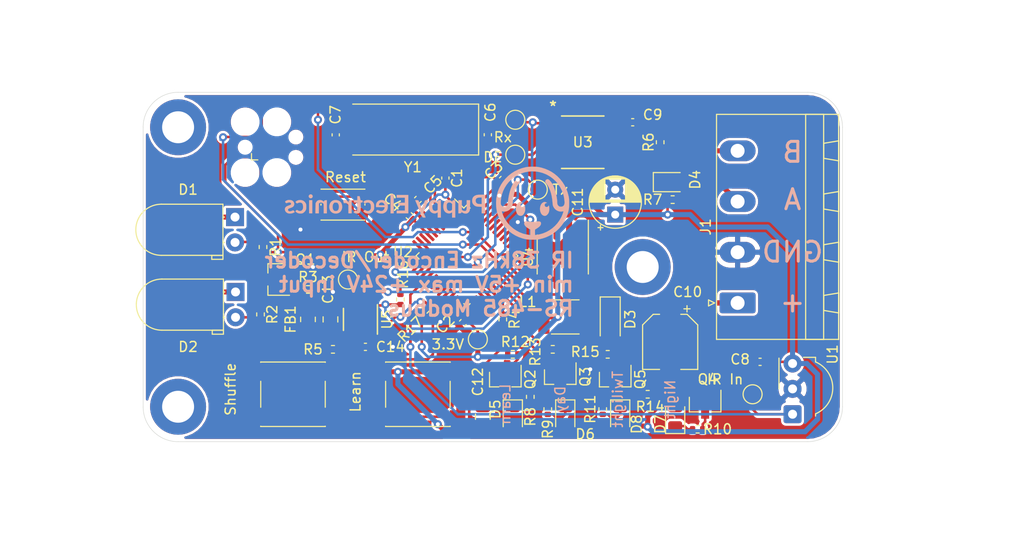
<source format=kicad_pcb>
(kicad_pcb (version 20171130) (host pcbnew "(5.1.10-1-10_14)")
  (layers (0 F.Cu signal hide) (31 B.Cu signal hide) (34 B.Paste user hide) (35 F.Paste user hide) (36 B.SilkS user) (37 F.SilkS user) (38 B.Mask user) (39 F.Mask user hide) (44 Edge.Cuts user))
  (net 0 "")
  (net 1 +3V3)
  (net 2 GND)
  (net 3 /NRST)
  (net 4 "Net-(C6-Pad1)")
  (net 5 "Net-(C7-Pad1)")
  (net 6 +24V)
  (net 7 "Net-(D1-Pad2)")
  (net 8 "Net-(D1-Pad1)")
  (net 9 "Net-(D2-Pad2)")
  (net 10 "Net-(D3-Pad1)")
  (net 11 "Net-(D4-Pad2)")
  (net 12 "Net-(D5-Pad1)")
  (net 13 "Net-(D6-Pad1)")
  (net 14 "Net-(D7-Pad1)")
  (net 15 "Net-(D8-Pad1)")
  (net 16 /SWD_CLK)
  (net 17 /SWD_IO)
  (net 18 RS485_B)
  (net 19 RS485_A)
  (net 20 "Net-(Q1-Pad1)")
  (net 21 "Net-(Q2-Pad3)")
  (net 22 "Net-(Q2-Pad1)")
  (net 23 "Net-(Q3-Pad3)")
  (net 24 "Net-(Q3-Pad1)")
  (net 25 "Net-(Q4-Pad3)")
  (net 26 "Net-(Q4-Pad1)")
  (net 27 "Net-(Q5-Pad3)")
  (net 28 "Net-(Q5-Pad1)")
  (net 29 /IR_OUT)
  (net 30 "Net-(R5-Pad2)")
  (net 31 /SW_LEARN)
  (net 32 /leds/LED_LEARN)
  (net 33 /leds/LED_DAY)
  (net 34 /leds/LED_TWILIGHT)
  (net 35 /leds/LED_NIGHT)
  (net 36 "Net-(TP1-Pad1)")
  (net 37 /USART_TX)
  (net 38 /USART_RX)
  (net 39 /USART_DE)
  (net 40 /SW_SHUFFLE)
  (net 41 "Net-(C13-Pad2)")
  (net 42 "Net-(R4-Pad2)")
  (net 43 /I2C_SCL)
  (net 44 /I2C_SDA)
  (module "Custom Footprints:puppy_symbol" (layer B.Cu) (at 170.5 94.25 180)
    (fp_text reference G*** hide)
    (fp_text value LOGO hide)
  )
  (module Resistor_SMD:R_0402_1005Metric (layer F.Cu) (at 193 87 90)
    (fp_text reference R6 (at 0 -1.17 90) (layer F.SilkS))
    (fp_text value 120)
    (pad 2 smd roundrect (at 0.51 0 90) (size 0.54 0.64) (layers F.Cu F.Paste F.Mask) (net 18 RS485_B))
    (pad 1 smd roundrect (at -0.51 0 90) (size 0.54 0.64) (layers F.Cu F.Paste F.Mask) (net 19 RS485_A))
  )
  (module Capacitor_SMD:C_0402_1005Metric (layer F.Cu) (at 177.25 90.75 225)
    (fp_text reference C3 (at 0.003624 1.281909 45) (layer F.SilkS))
    (fp_text value 0.1uF)
    (pad 2 smd roundrect (at 0.48 0 225) (size 0.56 0.62) (layers F.Cu F.Paste F.Mask) (net 1 +3V3))
    (pad 1 smd roundrect (at -0.48 0 225) (size 0.56 0.62) (layers F.Cu F.Paste F.Mask) (net 2 GND))
  )
  (module Resistor_SMD:R_0402_1005Metric (layer F.Cu) (at 169.5 103.75 45)
    (fp_text reference R17 (at -2.474874 0.353553 45) (layer F.SilkS))
    (fp_text value 5k6)
    (pad 2 smd roundrect (at 0.51 0 45) (size 0.54 0.64) (layers F.Cu F.Paste F.Mask) (net 43 /I2C_SCL))
    (pad 1 smd roundrect (at -0.51 0 45) (size 0.54 0.64) (layers F.Cu F.Paste F.Mask) (net 1 +3V3))
  )
  (module Resistor_SMD:R_0402_1005Metric (layer F.Cu) (at 167 102.75 270)
    (fp_text reference R16 (at -2.5 -0.25 90) (layer F.SilkS))
    (fp_text value 5k6)
    (pad 2 smd roundrect (at 0.51 0 270) (size 0.54 0.64) (layers F.Cu F.Paste F.Mask) (net 44 /I2C_SDA))
    (pad 1 smd roundrect (at -0.51 0 270) (size 0.54 0.64) (layers F.Cu F.Paste F.Mask) (net 1 +3V3))
  )
  (module Package_SON:Texas_PWSON-N6 (layer F.Cu) (at 163 104.75 270)
    (fp_text reference U5 (at 0 -2.67 90) (layer F.SilkS))
    (fp_text value HDC1080)
    (pad 6 smd rect (at 1.4 -0.95 270) (size 0.6 0.4) (layers F.Cu F.Paste F.Mask) (net 43 /I2C_SCL))
    (pad 5 smd rect (at 1.4 0 270) (size 0.6 0.4) (layers F.Cu F.Paste F.Mask) (net 41 "Net-(C13-Pad2)"))
    (pad 4 smd rect (at 1.4 0.95 270) (size 0.6 0.4) (layers F.Cu F.Paste F.Mask))
    (pad 3 smd rect (at -1.4 0.95 270) (size 0.6 0.4) (layers F.Cu F.Paste F.Mask))
    (pad 2 smd rect (at -1.4 0 270) (size 0.6 0.4) (layers F.Cu F.Paste F.Mask) (net 2 GND))
    (pad 1 smd rect (at -1.4 -0.95 270) (size 0.6 0.4) (layers F.Cu F.Paste F.Mask) (net 44 /I2C_SDA))
    (pad 7 smd rect (at 0 0 270) (size 1.5 2.4) (layers F.Cu F.Paste F.Mask))
  )
  (module Resistor_SMD:R_0805_2012Metric (layer F.Cu) (at 157.75 104.75 270)
    (fp_text reference FB1 (at 0 1.75 90) (layer F.SilkS))
    (fp_text value Ferrite_Bead)
    (pad 2 smd roundrect (at 0.9125 0 270) (size 1.025 1.4) (layers F.Cu F.Paste F.Mask) (roundrect_rratio 0.243902) (net 41 "Net-(C13-Pad2)"))
    (pad 1 smd roundrect (at -0.9125 0 270) (size 1.025 1.4) (layers F.Cu F.Paste F.Mask) (roundrect_rratio 0.243902) (net 1 +3V3))
  )
  (module Capacitor_SMD:C_0402_1005Metric (layer F.Cu) (at 163.5 107.5 180)
    (fp_text reference C14 (at -2.5 0) (layer F.SilkS))
    (fp_text value 0.1uF)
    (pad 2 smd roundrect (at 0.48 0 180) (size 0.56 0.62) (layers F.Cu F.Paste F.Mask) (net 41 "Net-(C13-Pad2)"))
    (pad 1 smd roundrect (at -0.48 0 180) (size 0.56 0.62) (layers F.Cu F.Paste F.Mask) (net 2 GND))
  )
  (module Capacitor_SMD:C_0805_2012Metric (layer F.Cu) (at 160 104.75 270)
    (fp_text reference C13 (at -3 0.25 90) (layer F.SilkS))
    (fp_text value 22uF)
    (pad 2 smd roundrect (at 0.95 0 270) (size 1 1.45) (layers F.Cu F.Paste F.Mask) (net 41 "Net-(C13-Pad2)"))
    (pad 1 smd roundrect (at -0.95 0 270) (size 1 1.45) (layers F.Cu F.Paste F.Mask) (net 2 GND))
  )
  (module Inductor_SMD:L_1812_4532Metric (layer F.Cu) (at 183.5 104.5 180)
    (fp_text reference L1 (at 3.75 1.5) (layer F.SilkS))
    (fp_text value 100uH)
    (pad 2 smd roundrect (at 2.1375 0 180) (size 1.125 3.4) (layers F.Cu F.Paste F.Mask) (roundrect_rratio 0.2222213333333333) (net 1 +3V3))
    (pad 1 smd roundrect (at -2.1375 0 180) (size 1.125 3.4) (layers F.Cu F.Paste F.Mask) (roundrect_rratio 0.2222213333333333) (net 10 "Net-(D3-Pad1)"))
  )
  (module Diode_SMD:D_SOD-123 (layer F.Cu) (at 188 104.75 270)
    (fp_text reference D3 (at 0 -2 90) (layer F.SilkS))
    (fp_text value 1N5817)
    (pad 2 smd rect (at 1.65 0 270) (size 0.9 1.2) (layers F.Cu F.Paste F.Mask) (net 2 GND))
    (pad 1 smd rect (at -1.65 0 270) (size 0.9 1.2) (layers F.Cu F.Paste F.Mask) (net 10 "Net-(D3-Pad1)"))
  )
  (module Capacitor_THT:CP_Radial_D5.0mm_P2.50mm (layer F.Cu) (at 188.5 94.25 90)
    (fp_text reference C11 (at 1.25 -3.75 90) (layer F.SilkS))
    (fp_text value 120uF)
    (pad 2 thru_hole circle (at 2.5 0 90) (size 1.6 1.6) (drill 0.8) (layers *.Cu *.Mask) (net 2 GND))
    (pad 1 thru_hole rect (at 0 0 90) (size 1.6 1.6) (drill 0.8) (layers *.Cu *.Mask) (net 1 +3V3))
  )
  (module MountingHole:MountingHole_3.2mm_M3_DIN965_Pad (layer F.Cu) (at 191.25 99.5)
    (fp_text reference H3 hide)
    (fp_text value MountingHole)
    (pad 1 thru_hole circle (at 0 0) (size 5.6 5.6) (drill 3.2) (layers *.Cu *.Mask))
  )
  (module MountingHole:MountingHole_3.2mm_M3_DIN965_Pad (layer F.Cu) (at 144.75 113.5)
    (fp_text reference H2 hide)
    (fp_text value MountingHole)
    (pad 1 thru_hole circle (at 0 0) (size 5.6 5.6) (drill 3.2) (layers *.Cu *.Mask))
  )
  (module MountingHole:MountingHole_3.2mm_M3_DIN965_Pad (layer F.Cu) (at 144.75 85.5)
    (fp_text reference H1 hide)
    (fp_text value MountingHole)
    (pad 1 thru_hole circle (at 0 0) (size 5.6 5.6) (drill 3.2) (layers *.Cu *.Mask))
  )
  (module Button_Switch_SMD:SW_Push_1P1T_NO_6x6mm_H9.5mm (layer F.Cu) (at 156.25 112.25 180)
    (fp_text reference SW3 hide)
    (fp_text value Shuffle (at 6.25 0.5 90) (layer F.SilkS))
    (pad 2 smd rect (at 3.975 2.25 180) (size 1.55 1.3) (layers F.Cu F.Paste F.Mask) (net 30 "Net-(R5-Pad2)"))
    (pad 1 smd rect (at 3.975 -2.25 180) (size 1.55 1.3) (layers F.Cu F.Paste F.Mask) (net 1 +3V3))
    (pad 1 smd rect (at -3.975 -2.25 180) (size 1.55 1.3) (layers F.Cu F.Paste F.Mask) (net 1 +3V3))
    (pad 2 smd rect (at -3.975 2.25 180) (size 1.55 1.3) (layers F.Cu F.Paste F.Mask) (net 30 "Net-(R5-Pad2)"))
  )
  (module Resistor_SMD:R_0402_1005Metric (layer F.Cu) (at 160.25 107.75 180)
    (fp_text reference R5 (at 2 0 180) (layer F.SilkS))
    (fp_text value 10k)
    (pad 2 smd roundrect (at 0.51 0 180) (size 0.54 0.64) (layers F.Cu F.Paste F.Mask) (net 30 "Net-(R5-Pad2)"))
    (pad 1 smd roundrect (at -0.51 0 180) (size 0.54 0.64) (layers F.Cu F.Paste F.Mask) (net 40 /SW_SHUFFLE))
  )
  (module LED_THT:LED_D5.0mm_Horizontal_O1.27mm_Z3.0mm_IRGrey (layer F.Cu) (at 150.5 102 270)
    (fp_text reference D2 (at 5.5 4.75) (layer F.SilkS))
    (fp_text value LED)
    (pad 2 thru_hole circle (at 2.54 0 270) (size 1.8 1.8) (drill 0.9) (layers *.Cu *.Mask) (net 9 "Net-(D2-Pad2)"))
    (pad 1 thru_hole rect (at 0 0 270) (size 1.8 1.8) (drill 0.9) (layers *.Cu *.Mask) (net 8 "Net-(D1-Pad1)"))
  )
  (module LED_THT:LED_D5.0mm_Horizontal_O1.27mm_Z3.0mm_IRGrey (layer F.Cu) (at 150.45 94.5 270)
    (fp_text reference D1 (at -2.75 4.7 180) (layer F.SilkS))
    (fp_text value LED)
    (pad 2 thru_hole circle (at 2.54 0 270) (size 1.8 1.8) (drill 0.9) (layers *.Cu *.Mask) (net 7 "Net-(D1-Pad2)"))
    (pad 1 thru_hole rect (at 0 0 270) (size 1.8 1.8) (drill 0.9) (layers *.Cu *.Mask) (net 8 "Net-(D1-Pad1)"))
  )
  (module Crystal:Crystal_SMD_HC49-SD (layer F.Cu) (at 168.128679 85.732234 180)
    (fp_text reference Y1 (at -0.121321 -3.767766) (layer F.SilkS))
    (fp_text value 16MHz)
    (pad 2 smd rect (at 4.25 0 180) (size 4.5 2) (layers F.Cu F.Paste F.Mask) (net 5 "Net-(C7-Pad1)"))
    (pad 1 smd rect (at -4.25 0 180) (size 4.5 2) (layers F.Cu F.Paste F.Mask) (net 4 "Net-(C6-Pad1)"))
  )
  (module Package_SO:SOIC-8_3.9x4.9mm_P1.27mm (layer F.Cu) (at 183.25 98.25 270)
    (fp_text reference U4 (at 0.25 3.5 90) (layer F.SilkS))
    (fp_text value LM2594HVM-3.3)
    (pad 8 smd roundrect (at 2.475 -1.905 270) (size 1.95 0.6) (layers F.Cu F.Paste F.Mask) (net 10 "Net-(D3-Pad1)"))
    (pad 7 smd roundrect (at 2.475 -0.635 270) (size 1.95 0.6) (layers F.Cu F.Paste F.Mask) (net 6 +24V))
    (pad 6 smd roundrect (at 2.475 0.635 270) (size 1.95 0.6) (layers F.Cu F.Paste F.Mask) (net 2 GND))
    (pad 5 smd roundrect (at 2.475 1.905 270) (size 1.95 0.6) (layers F.Cu F.Paste F.Mask) (net 2 GND))
    (pad 4 smd roundrect (at -2.475 1.905 270) (size 1.95 0.6) (layers F.Cu F.Paste F.Mask) (net 1 +3V3))
    (pad 3 smd roundrect (at -2.475 0.635 270) (size 1.95 0.6) (layers F.Cu F.Paste F.Mask))
    (pad 2 smd roundrect (at -2.475 -0.635 270) (size 1.95 0.6) (layers F.Cu F.Paste F.Mask))
    (pad 1 smd roundrect (at -2.475 -1.905 270) (size 1.95 0.6) (layers F.Cu F.Paste F.Mask))
  )
  (module OptoDevice:Vishay_MOLD-3Pin (layer F.Cu) (at 206.25 114.25 90)
    (fp_text reference U1 (at 6 4 270) (layer F.SilkS))
    (fp_text value TSOP348xx)
    (pad 3 thru_hole circle (at 5.08 0 90) (size 1.8 1.8) (drill 0.9) (layers *.Cu *.Mask) (net 1 +3V3))
    (pad 2 thru_hole circle (at 2.54 0 90) (size 1.8 1.8) (drill 0.9) (layers *.Cu *.Mask) (net 2 GND))
    (pad 1 thru_hole roundrect (at 0 0 90) (size 1.8 1.8) (drill 0.9) (layers *.Cu *.Mask) (roundrect_rratio 0.138) (net 36 "Net-(TP1-Pad1)"))
  )
  (module MAX14776E:MAX14776E (layer F.Cu) (at 185.25 87)
    (fp_text reference U3 (at 0 0) (layer F.SilkS))
    (fp_text value MAX14776EASA+ hide)
    (fp_text user * (at -2.97815 -3.5814) (layer F.SilkS))
    (fp_text user * (at -2.97815 -3.5814) (layer F.SilkS))
    (pad 8 smd rect (at 2.72415 -1.905) (size 1.4605 0.5334) (layers F.Cu F.Paste F.Mask) (net 1 +3V3))
    (pad 7 smd rect (at 2.72415 -0.635) (size 1.4605 0.5334) (layers F.Cu F.Paste F.Mask) (net 18 RS485_B))
    (pad 6 smd rect (at 2.72415 0.635) (size 1.4605 0.5334) (layers F.Cu F.Paste F.Mask) (net 19 RS485_A))
    (pad 5 smd rect (at 2.72415 1.905) (size 1.4605 0.5334) (layers F.Cu F.Paste F.Mask) (net 2 GND))
    (pad 4 smd rect (at -2.72415 1.905) (size 1.4605 0.5334) (layers F.Cu F.Paste F.Mask) (net 37 /USART_TX))
    (pad 3 smd rect (at -2.72415 0.635) (size 1.4605 0.5334) (layers F.Cu F.Paste F.Mask) (net 39 /USART_DE))
    (pad 2 smd rect (at -2.72415 -0.635) (size 1.4605 0.5334) (layers F.Cu F.Paste F.Mask) (net 39 /USART_DE))
    (pad 1 smd rect (at -2.72415 -1.905) (size 1.4605 0.5334) (layers F.Cu F.Paste F.Mask) (net 38 /USART_RX))
  )
  (module Package_QFP:LQFP-48_7x7mm_P0.5mm (layer F.Cu) (at 173.65901 98.383883 315)
    (fp_text reference U2 (at -4.803301 4.260408 180) (layer F.SilkS))
    (fp_text value STM32F030C6Tx)
    (pad 48 smd roundrect (at -2.75 -4.1625 315) (size 0.3 1.475) (layers F.Cu F.Paste F.Mask) (net 1 +3V3))
    (pad 47 smd roundrect (at -2.25 -4.1625 315) (size 0.3 1.475) (layers F.Cu F.Paste F.Mask) (net 2 GND))
    (pad 46 smd roundrect (at -1.75 -4.1625 315) (size 0.3 1.475) (layers F.Cu F.Paste F.Mask) (net 29 /IR_OUT))
    (pad 45 smd roundrect (at -1.25 -4.1625 315) (size 0.3 1.475) (layers F.Cu F.Paste F.Mask))
    (pad 44 smd roundrect (at -0.75 -4.1625 315) (size 0.3 1.475) (layers F.Cu F.Paste F.Mask) (net 2 GND))
    (pad 43 smd roundrect (at -0.25 -4.1625 315) (size 0.3 1.475) (layers F.Cu F.Paste F.Mask))
    (pad 42 smd roundrect (at 0.25 -4.1625 315) (size 0.3 1.475) (layers F.Cu F.Paste F.Mask))
    (pad 41 smd roundrect (at 0.75 -4.1625 315) (size 0.3 1.475) (layers F.Cu F.Paste F.Mask))
    (pad 40 smd roundrect (at 1.25 -4.1625 315) (size 0.3 1.475) (layers F.Cu F.Paste F.Mask))
    (pad 39 smd roundrect (at 1.75 -4.1625 315) (size 0.3 1.475) (layers F.Cu F.Paste F.Mask))
    (pad 38 smd roundrect (at 2.25 -4.1625 315) (size 0.3 1.475) (layers F.Cu F.Paste F.Mask))
    (pad 37 smd roundrect (at 2.75 -4.1625 315) (size 0.3 1.475) (layers F.Cu F.Paste F.Mask) (net 16 /SWD_CLK))
    (pad 36 smd roundrect (at 4.1625 -2.75 315) (size 1.475 0.3) (layers F.Cu F.Paste F.Mask) (net 44 /I2C_SDA))
    (pad 35 smd roundrect (at 4.1625 -2.25 315) (size 1.475 0.3) (layers F.Cu F.Paste F.Mask))
    (pad 34 smd roundrect (at 4.1625 -1.75 315) (size 1.475 0.3) (layers F.Cu F.Paste F.Mask) (net 17 /SWD_IO))
    (pad 33 smd roundrect (at 4.1625 -1.25 315) (size 1.475 0.3) (layers F.Cu F.Paste F.Mask) (net 34 /leds/LED_TWILIGHT))
    (pad 32 smd roundrect (at 4.1625 -0.75 315) (size 1.475 0.3) (layers F.Cu F.Paste F.Mask) (net 35 /leds/LED_NIGHT))
    (pad 31 smd roundrect (at 4.1625 -0.25 315) (size 1.475 0.3) (layers F.Cu F.Paste F.Mask) (net 33 /leds/LED_DAY))
    (pad 30 smd roundrect (at 4.1625 0.25 315) (size 1.475 0.3) (layers F.Cu F.Paste F.Mask) (net 32 /leds/LED_LEARN))
    (pad 29 smd roundrect (at 4.1625 0.75 315) (size 1.475 0.3) (layers F.Cu F.Paste F.Mask) (net 31 /SW_LEARN))
    (pad 28 smd roundrect (at 4.1625 1.25 315) (size 1.475 0.3) (layers F.Cu F.Paste F.Mask))
    (pad 27 smd roundrect (at 4.1625 1.75 315) (size 1.475 0.3) (layers F.Cu F.Paste F.Mask))
    (pad 26 smd roundrect (at 4.1625 2.25 315) (size 1.475 0.3) (layers F.Cu F.Paste F.Mask))
    (pad 25 smd roundrect (at 4.1625 2.75 315) (size 1.475 0.3) (layers F.Cu F.Paste F.Mask))
    (pad 24 smd roundrect (at 2.75 4.1625 315) (size 0.3 1.475) (layers F.Cu F.Paste F.Mask) (net 1 +3V3))
    (pad 23 smd roundrect (at 2.25 4.1625 315) (size 0.3 1.475) (layers F.Cu F.Paste F.Mask) (net 2 GND))
    (pad 22 smd roundrect (at 1.75 4.1625 315) (size 0.3 1.475) (layers F.Cu F.Paste F.Mask) (net 40 /SW_SHUFFLE))
    (pad 21 smd roundrect (at 1.25 4.1625 315) (size 0.3 1.475) (layers F.Cu F.Paste F.Mask) (net 43 /I2C_SCL))
    (pad 20 smd roundrect (at 0.75 4.1625 315) (size 0.3 1.475) (layers F.Cu F.Paste F.Mask))
    (pad 19 smd roundrect (at 0.25 4.1625 315) (size 0.3 1.475) (layers F.Cu F.Paste F.Mask))
    (pad 18 smd roundrect (at -0.25 4.1625 315) (size 0.3 1.475) (layers F.Cu F.Paste F.Mask))
    (pad 17 smd roundrect (at -0.75 4.1625 315) (size 0.3 1.475) (layers F.Cu F.Paste F.Mask))
    (pad 16 smd roundrect (at -1.25 4.1625 315) (size 0.3 1.475) (layers F.Cu F.Paste F.Mask) (net 36 "Net-(TP1-Pad1)"))
    (pad 15 smd roundrect (at -1.75 4.1625 315) (size 0.3 1.475) (layers F.Cu F.Paste F.Mask))
    (pad 14 smd roundrect (at -2.25 4.1625 315) (size 0.3 1.475) (layers F.Cu F.Paste F.Mask))
    (pad 13 smd roundrect (at -2.75 4.1625 315) (size 0.3 1.475) (layers F.Cu F.Paste F.Mask) (net 38 /USART_RX))
    (pad 12 smd roundrect (at -4.1625 2.75 315) (size 1.475 0.3) (layers F.Cu F.Paste F.Mask) (net 37 /USART_TX))
    (pad 11 smd roundrect (at -4.1625 2.25 315) (size 1.475 0.3) (layers F.Cu F.Paste F.Mask) (net 39 /USART_DE))
    (pad 10 smd roundrect (at -4.1625 1.75 315) (size 1.475 0.3) (layers F.Cu F.Paste F.Mask))
    (pad 9 smd roundrect (at -4.1625 1.25 315) (size 1.475 0.3) (layers F.Cu F.Paste F.Mask) (net 1 +3V3))
    (pad 8 smd roundrect (at -4.1625 0.75 315) (size 1.475 0.3) (layers F.Cu F.Paste F.Mask) (net 2 GND))
    (pad 7 smd roundrect (at -4.1625 0.25 315) (size 1.475 0.3) (layers F.Cu F.Paste F.Mask) (net 3 /NRST))
    (pad 6 smd roundrect (at -4.1625 -0.25 315) (size 1.475 0.3) (layers F.Cu F.Paste F.Mask) (net 5 "Net-(C7-Pad1)"))
    (pad 5 smd roundrect (at -4.1625 -0.75 315) (size 1.475 0.3) (layers F.Cu F.Paste F.Mask) (net 4 "Net-(C6-Pad1)"))
    (pad 4 smd roundrect (at -4.1625 -1.25 315) (size 1.475 0.3) (layers F.Cu F.Paste F.Mask))
    (pad 3 smd roundrect (at -4.1625 -1.75 315) (size 1.475 0.3) (layers F.Cu F.Paste F.Mask))
    (pad 2 smd roundrect (at -4.1625 -2.25 315) (size 1.475 0.3) (layers F.Cu F.Paste F.Mask))
    (pad 1 smd roundrect (at -4.1625 -2.75 315) (size 1.475 0.3) (layers F.Cu F.Paste F.Mask) (net 1 +3V3))
  )
  (module TestPoint:TestPoint_Pad_D1.5mm (layer F.Cu) (at 174.75 106.75)
    (fp_text reference TP6 hide)
    (fp_text value 3.3V (at -3 0.5 180) (layer F.SilkS))
    (pad 1 smd circle (at 0 0) (size 1.5 1.5) (layers F.Cu F.Mask) (net 1 +3V3))
  )
  (module TestPoint:TestPoint_Pad_D1.5mm (layer F.Cu) (at 178.5 88.25)
    (fp_text reference TP3 hide)
    (fp_text value DE (at -2.25 0.25) (layer F.SilkS))
    (pad 1 smd circle (at 0 0) (size 1.5 1.5) (layers F.Cu F.Mask) (net 39 /USART_DE))
  )
  (module TestPoint:TestPoint_Pad_D1.5mm (layer F.Cu) (at 178.5 84.75)
    (fp_text reference TP5 hide)
    (fp_text value Rx (at -1.25 1.75) (layer F.SilkS))
    (pad 1 smd circle (at 0 0) (size 1.5 1.5) (layers F.Cu F.Mask) (net 38 /USART_RX))
  )
  (module TestPoint:TestPoint_Pad_D1.5mm (layer F.Cu) (at 180.75 91.75)
    (fp_text reference TP4 hide)
    (fp_text value Tx (at 2.25 0) (layer F.SilkS))
    (pad 1 smd circle (at 0 0) (size 1.5 1.5) (layers F.Cu F.Mask) (net 37 /USART_TX))
  )
  (module TestPoint:TestPoint_Pad_D1.5mm (layer F.Cu) (at 161.75 100.75)
    (fp_text reference TP2 hide)
    (fp_text value "IR Out" (at 1.75 -2.25) (layer F.SilkS))
    (pad 1 smd circle (at 0 0) (size 1.5 1.5) (layers F.Cu F.Mask) (net 29 /IR_OUT))
  )
  (module TestPoint:TestPoint_Pad_D1.5mm (layer F.Cu) (at 202.25 112.25)
    (fp_text reference TP1 hide)
    (fp_text value "IR In" (at -2.75 -1.5) (layer F.SilkS))
    (pad 1 smd circle (at 0 0) (size 1.5 1.5) (layers F.Cu F.Mask) (net 36 "Net-(TP1-Pad1)"))
  )
  (module Button_Switch_SMD:SW_Push_1P1T_NO_6x6mm_H9.5mm (layer F.Cu) (at 168.75 112.25)
    (fp_text reference SW2 hide)
    (fp_text value Learn (at -6.25 -0.25 90) (layer F.SilkS))
    (pad 2 smd rect (at 3.975 2.25) (size 1.55 1.3) (layers F.Cu F.Paste F.Mask) (net 42 "Net-(R4-Pad2)"))
    (pad 1 smd rect (at 3.975 -2.25) (size 1.55 1.3) (layers F.Cu F.Paste F.Mask) (net 1 +3V3))
    (pad 1 smd rect (at -3.975 -2.25) (size 1.55 1.3) (layers F.Cu F.Paste F.Mask) (net 1 +3V3))
    (pad 2 smd rect (at -3.975 2.25) (size 1.55 1.3) (layers F.Cu F.Paste F.Mask) (net 42 "Net-(R4-Pad2)"))
  )
  (module Button_Switch_SMD:SW_Push_1P1T_NO_CK_KMR2 (layer F.Cu) (at 161.25 93.25 180)
    (fp_text reference SW1 hide)
    (fp_text value Reset (at -0.25 2.75) (layer F.SilkS))
    (pad 2 smd rect (at 2.05 0.8 180) (size 0.9 1) (layers F.Cu F.Paste F.Mask) (net 3 /NRST))
    (pad 1 smd rect (at 2.05 -0.8 180) (size 0.9 1) (layers F.Cu F.Paste F.Mask) (net 2 GND))
    (pad 2 smd rect (at -2.05 0.8 180) (size 0.9 1) (layers F.Cu F.Paste F.Mask) (net 3 /NRST))
    (pad 1 smd rect (at -2.05 -0.8 180) (size 0.9 1) (layers F.Cu F.Paste F.Mask) (net 2 GND))
  )
  (module Resistor_SMD:R_0402_1005Metric (layer F.Cu) (at 187.75 108.25 180)
    (fp_text reference R15 (at 2.25 0.25) (layer F.SilkS))
    (fp_text value 1M)
    (pad 2 smd roundrect (at 0.51 0 180) (size 0.54 0.64) (layers F.Cu F.Paste F.Mask) (net 35 /leds/LED_NIGHT))
    (pad 1 smd roundrect (at -0.51 0 180) (size 0.54 0.64) (layers F.Cu F.Paste F.Mask) (net 28 "Net-(Q5-Pad1)"))
  )
  (module Resistor_SMD:R_0402_1005Metric (layer F.Cu) (at 191.75 112.25 180)
    (fp_text reference R14 (at -0.25 -1.25) (layer F.SilkS))
    (fp_text value 1M)
    (pad 2 smd roundrect (at 0.51 0 180) (size 0.54 0.64) (layers F.Cu F.Paste F.Mask) (net 34 /leds/LED_TWILIGHT))
    (pad 1 smd roundrect (at -0.51 0 180) (size 0.54 0.64) (layers F.Cu F.Paste F.Mask) (net 26 "Net-(Q4-Pad1)"))
  )
  (module Resistor_SMD:R_0402_1005Metric (layer F.Cu) (at 182.25 107.75 180)
    (fp_text reference R13 (at 1.75 -0.25 90) (layer F.SilkS))
    (fp_text value 1M)
    (pad 2 smd roundrect (at 0.51 0 180) (size 0.54 0.64) (layers F.Cu F.Paste F.Mask) (net 33 /leds/LED_DAY))
    (pad 1 smd roundrect (at -0.51 0 180) (size 0.54 0.64) (layers F.Cu F.Paste F.Mask) (net 24 "Net-(Q3-Pad1)"))
  )
  (module Resistor_SMD:R_0402_1005Metric (layer F.Cu) (at 178.25 108.25 180)
    (fp_text reference R12 (at -0.25 1.25) (layer F.SilkS))
    (fp_text value 1M)
    (pad 2 smd roundrect (at 0.51 0 180) (size 0.54 0.64) (layers F.Cu F.Paste F.Mask) (net 32 /leds/LED_LEARN))
    (pad 1 smd roundrect (at -0.51 0 180) (size 0.54 0.64) (layers F.Cu F.Paste F.Mask) (net 22 "Net-(Q2-Pad1)"))
  )
  (module Resistor_SMD:R_0402_1005Metric (layer F.Cu) (at 187.25 113.75 90)
    (fp_text reference R11 (at 0 -1.25 90) (layer F.SilkS))
    (fp_text value 60R)
    (pad 2 smd roundrect (at 0.51 0 90) (size 0.54 0.64) (layers F.Cu F.Paste F.Mask) (net 27 "Net-(Q5-Pad3)"))
    (pad 1 smd roundrect (at -0.51 0 90) (size 0.54 0.64) (layers F.Cu F.Paste F.Mask) (net 15 "Net-(D8-Pad1)"))
  )
  (module Resistor_SMD:R_0402_1005Metric (layer F.Cu) (at 196.75 115.75)
    (fp_text reference R10 (at 1.99 0) (layer F.SilkS))
    (fp_text value 60R)
    (pad 2 smd roundrect (at 0.51 0) (size 0.54 0.64) (layers F.Cu F.Paste F.Mask) (net 25 "Net-(Q4-Pad3)"))
    (pad 1 smd roundrect (at -0.51 0) (size 0.54 0.64) (layers F.Cu F.Paste F.Mask) (net 14 "Net-(D7-Pad1)"))
  )
  (module Resistor_SMD:R_0402_1005Metric (layer F.Cu) (at 181.75 113.75 90)
    (fp_text reference R9 (at -2 0 90) (layer F.SilkS))
    (fp_text value 60R)
    (pad 2 smd roundrect (at 0.51 0 90) (size 0.54 0.64) (layers F.Cu F.Paste F.Mask) (net 23 "Net-(Q3-Pad3)"))
    (pad 1 smd roundrect (at -0.51 0 90) (size 0.54 0.64) (layers F.Cu F.Paste F.Mask) (net 13 "Net-(D6-Pad1)"))
  )
  (module Resistor_SMD:R_0402_1005Metric (layer F.Cu) (at 180 112.51 90)
    (fp_text reference R8 (at -1.99 0 90) (layer F.SilkS))
    (fp_text value 60R)
    (pad 2 smd roundrect (at 0.51 0 90) (size 0.54 0.64) (layers F.Cu F.Paste F.Mask) (net 21 "Net-(Q2-Pad3)"))
    (pad 1 smd roundrect (at -0.51 0 90) (size 0.54 0.64) (layers F.Cu F.Paste F.Mask) (net 12 "Net-(D5-Pad1)"))
  )
  (module Resistor_SMD:R_0402_1005Metric (layer F.Cu) (at 194.25 92.75)
    (fp_text reference R7 (at -2.01 0) (layer F.SilkS))
    (fp_text value 60R)
    (pad 2 smd roundrect (at 0.51 0) (size 0.54 0.64) (layers F.Cu F.Paste F.Mask) (net 11 "Net-(D4-Pad2)"))
    (pad 1 smd roundrect (at -0.51 0) (size 0.54 0.64) (layers F.Cu F.Paste F.Mask) (net 1 +3V3))
  )
  (module Resistor_SMD:R_0402_1005Metric (layer F.Cu) (at 177.25 104.75 270)
    (fp_text reference R4 (at 0 -1.17 90) (layer F.SilkS))
    (fp_text value 10k)
    (pad 2 smd roundrect (at 0.51 0 270) (size 0.54 0.64) (layers F.Cu F.Paste F.Mask) (net 42 "Net-(R4-Pad2)"))
    (pad 1 smd roundrect (at -0.51 0 270) (size 0.54 0.64) (layers F.Cu F.Paste F.Mask) (net 31 /SW_LEARN))
  )
  (module Resistor_SMD:R_0402_1005Metric (layer F.Cu) (at 157.75 101.75 180)
    (fp_text reference R3 (at 0 1.25) (layer F.SilkS))
    (fp_text value 5k6)
    (pad 2 smd roundrect (at 0.51 0 180) (size 0.54 0.64) (layers F.Cu F.Paste F.Mask) (net 20 "Net-(Q1-Pad1)"))
    (pad 1 smd roundrect (at -0.51 0 180) (size 0.54 0.64) (layers F.Cu F.Paste F.Mask) (net 29 /IR_OUT))
  )
  (module Resistor_SMD:R_0402_1005Metric (layer F.Cu) (at 153 104.25 270)
    (fp_text reference R2 (at 0 -1.17 90) (layer F.SilkS))
    (fp_text value 86R)
    (pad 2 smd roundrect (at 0.51 0 270) (size 0.54 0.64) (layers F.Cu F.Paste F.Mask) (net 9 "Net-(D2-Pad2)"))
    (pad 1 smd roundrect (at -0.51 0 270) (size 0.54 0.64) (layers F.Cu F.Paste F.Mask) (net 1 +3V3))
  )
  (module Resistor_SMD:R_0402_1005Metric (layer F.Cu) (at 153.25 97.5 90)
    (fp_text reference R1 (at 0 1.25 90) (layer F.SilkS))
    (fp_text value 86R)
    (pad 2 smd roundrect (at 0.51 0 90) (size 0.54 0.64) (layers F.Cu F.Paste F.Mask) (net 7 "Net-(D1-Pad2)"))
    (pad 1 smd roundrect (at -0.51 0 90) (size 0.54 0.64) (layers F.Cu F.Paste F.Mask) (net 1 +3V3))
  )
  (module Package_TO_SOT_SMD:SOT-23 (layer F.Cu) (at 188.5 110.75 270)
    (fp_text reference Q5 (at 0 -2.5 90) (layer F.SilkS))
    (fp_text value 2N7002)
    (pad 3 smd rect (at 1 0 270) (size 0.9 0.8) (layers F.Cu F.Paste F.Mask) (net 27 "Net-(Q5-Pad3)"))
    (pad 2 smd rect (at -1 0.95 270) (size 0.9 0.8) (layers F.Cu F.Paste F.Mask) (net 2 GND))
    (pad 1 smd rect (at -1 -0.95 270) (size 0.9 0.8) (layers F.Cu F.Paste F.Mask) (net 28 "Net-(Q5-Pad1)"))
  )
  (module Package_TO_SOT_SMD:SOT-23 (layer F.Cu) (at 197.5 113.25 270)
    (fp_text reference Q4 (at -2.5 -0.25 180) (layer F.SilkS))
    (fp_text value 2N7002)
    (pad 3 smd rect (at 1 0 270) (size 0.9 0.8) (layers F.Cu F.Paste F.Mask) (net 25 "Net-(Q4-Pad3)"))
    (pad 2 smd rect (at -1 0.95 270) (size 0.9 0.8) (layers F.Cu F.Paste F.Mask) (net 2 GND))
    (pad 1 smd rect (at -1 -0.95 270) (size 0.9 0.8) (layers F.Cu F.Paste F.Mask) (net 26 "Net-(Q4-Pad1)"))
  )
  (module Package_TO_SOT_SMD:SOT-23 (layer F.Cu) (at 183 110.5 270)
    (fp_text reference Q3 (at 0 -2.5 90) (layer F.SilkS))
    (fp_text value 2N7002)
    (pad 3 smd rect (at 1 0 270) (size 0.9 0.8) (layers F.Cu F.Paste F.Mask) (net 23 "Net-(Q3-Pad3)"))
    (pad 2 smd rect (at -1 0.95 270) (size 0.9 0.8) (layers F.Cu F.Paste F.Mask) (net 2 GND))
    (pad 1 smd rect (at -1 -0.95 270) (size 0.9 0.8) (layers F.Cu F.Paste F.Mask) (net 24 "Net-(Q3-Pad1)"))
  )
  (module Package_TO_SOT_SMD:SOT-23 (layer F.Cu) (at 177.5 110.75 270)
    (fp_text reference Q2 (at 0 -2.5 90) (layer F.SilkS))
    (fp_text value 2N7002)
    (pad 3 smd rect (at 1 0 270) (size 0.9 0.8) (layers F.Cu F.Paste F.Mask) (net 21 "Net-(Q2-Pad3)"))
    (pad 2 smd rect (at -1 0.95 270) (size 0.9 0.8) (layers F.Cu F.Paste F.Mask) (net 2 GND))
    (pad 1 smd rect (at -1 -0.95 270) (size 0.9 0.8) (layers F.Cu F.Paste F.Mask) (net 22 "Net-(Q2-Pad1)"))
  )
  (module Package_TO_SOT_SMD:SOT-23 (layer F.Cu) (at 154.5 100.75 180)
    (fp_text reference Q1 (at -3 2) (layer F.SilkS))
    (fp_text value BC817)
    (pad 3 smd rect (at 1 0 180) (size 0.9 0.8) (layers F.Cu F.Paste F.Mask) (net 8 "Net-(D1-Pad1)"))
    (pad 2 smd rect (at -1 0.95 180) (size 0.9 0.8) (layers F.Cu F.Paste F.Mask) (net 2 GND))
    (pad 1 smd rect (at -1 -0.95 180) (size 0.9 0.8) (layers F.Cu F.Paste F.Mask) (net 20 "Net-(Q1-Pad1)"))
  )
  (module Connector_Phoenix_MSTB:PhoenixContact_MSTBA_2,5_4-G-5,08_1x04_P5.08mm_Horizontal (layer F.Cu) (at 200.75 103.1 90)
    (fp_text reference J1 (at 7.62 -3.2 90) (layer F.SilkS))
    (fp_text value Conn_01x04)
    (pad 4 thru_hole oval (at 15.24 0 90) (size 2.08 3.6) (drill 1.4) (layers *.Cu *.Mask) (net 18 RS485_B))
    (pad 3 thru_hole oval (at 10.16 0 90) (size 2.08 3.6) (drill 1.4) (layers *.Cu *.Mask) (net 19 RS485_A))
    (pad 2 thru_hole oval (at 5.08 0 90) (size 2.08 3.6) (drill 1.4) (layers *.Cu *.Mask) (net 2 GND))
    (pad 1 thru_hole roundrect (at 0 0 90) (size 2.08 3.6) (drill 1.4) (layers *.Cu *.Mask) (roundrect_rratio 0.1201918269230769) (net 6 +24V))
  )
  (module Connector:Tag-Connect_TC2030-IDC-FP_2x03_P1.27mm_Vertical (layer F.Cu) (at 154 87.5)
    (fp_text reference J2 hide)
    (fp_text value Conn_01x06)
    (pad 6 connect circle (at 1.27 -0.635) (size 0.7874 0.7874) (layers F.Cu F.Mask))
    (pad 5 connect circle (at 1.27 0.635) (size 0.7874 0.7874) (layers F.Cu F.Mask) (net 2 GND))
    (pad 4 connect circle (at 0 -0.635) (size 0.7874 0.7874) (layers F.Cu F.Mask) (net 16 /SWD_CLK))
    (pad 3 connect circle (at 0 0.635) (size 0.7874 0.7874) (layers F.Cu F.Mask) (net 3 /NRST))
    (pad 2 connect circle (at -1.27 -0.635) (size 0.7874 0.7874) (layers F.Cu F.Mask) (net 17 /SWD_IO))
    (pad 1 connect circle (at -1.27 0.635) (size 0.7874 0.7874) (layers F.Cu F.Mask) (net 1 +3V3))
    (pad "" np_thru_hole circle (at -2.54 0) (size 0.9906 0.9906) (drill 0.9906) (layers *.Cu *.Mask))
    (pad "" np_thru_hole circle (at 2.54 1.016) (size 0.9906 0.9906) (drill 0.9906) (layers *.Cu *.Mask))
    (pad "" np_thru_hole circle (at 2.54 -1.016) (size 0.9906 0.9906) (drill 0.9906) (layers *.Cu *.Mask))
    (pad "" np_thru_hole circle (at 0.635 2.54) (size 2.3749 2.3749) (drill 2.3749) (layers *.Cu *.Mask))
    (pad "" np_thru_hole circle (at 0.635 -2.54) (size 2.3749 2.3749) (drill 2.3749) (layers *.Cu *.Mask))
    (pad "" np_thru_hole circle (at -2.54 -2.54) (size 2.3749 2.3749) (drill 2.3749) (layers *.Cu *.Mask))
    (pad "" np_thru_hole circle (at -2.54 2.54) (size 2.3749 2.3749) (drill 2.3749) (layers *.Cu *.Mask))
  )
  (module LED_SMD:LED_0805_2012Metric (layer F.Cu) (at 189 114.5 270)
    (fp_text reference D8 (at 0.75 -1.65 90) (layer F.SilkS))
    (fp_text value " Twilight (yellow)")
    (pad 2 smd roundrect (at 0.9375 0 270) (size 0.975 1.4) (layers F.Cu F.Paste F.Mask) (net 1 +3V3))
    (pad 1 smd roundrect (at -0.9375 0 270) (size 0.975 1.4) (layers F.Cu F.Paste F.Mask) (net 15 "Net-(D8-Pad1)"))
  )
  (module LED_SMD:LED_0805_2012Metric (layer F.Cu) (at 194.5 114.5 90)
    (fp_text reference D7 (at -0.75 -1.5 270) (layer F.SilkS))
    (fp_text value "Night (yellow)")
    (pad 2 smd roundrect (at 0.9375 0 90) (size 0.975 1.4) (layers F.Cu F.Paste F.Mask) (net 1 +3V3))
    (pad 1 smd roundrect (at -0.9375 0 90) (size 0.975 1.4) (layers F.Cu F.Paste F.Mask) (net 14 "Net-(D7-Pad1)"))
  )
  (module LED_SMD:LED_0805_2012Metric (layer F.Cu) (at 183.5 114.5 270)
    (fp_text reference D6 (at 1.75 -2 180) (layer F.SilkS))
    (fp_text value "Day (yellow)")
    (pad 2 smd roundrect (at 0.9375 0 270) (size 0.975 1.4) (layers F.Cu F.Paste F.Mask) (net 1 +3V3))
    (pad 1 smd roundrect (at -0.9375 0 270) (size 0.975 1.4) (layers F.Cu F.Paste F.Mask) (net 13 "Net-(D6-Pad1)"))
  )
  (module LED_SMD:LED_0805_2012Metric (layer F.Cu) (at 178.25 114.5 270)
    (fp_text reference D5 (at -0.75 1.75 90) (layer F.SilkS))
    (fp_text value "Learn (Orange)")
    (pad 2 smd roundrect (at 0.9375 0 270) (size 0.975 1.4) (layers F.Cu F.Paste F.Mask) (net 1 +3V3))
    (pad 1 smd roundrect (at -0.9375 0 270) (size 0.975 1.4) (layers F.Cu F.Paste F.Mask) (net 12 "Net-(D5-Pad1)"))
  )
  (module LED_SMD:LED_0805_2012Metric (layer F.Cu) (at 194 91)
    (fp_text reference D4 (at 2.5 -0.25 90) (layer F.SilkS))
    (fp_text value "Power On (Green)")
    (pad 2 smd roundrect (at 0.9375 0) (size 0.975 1.4) (layers F.Cu F.Paste F.Mask) (net 11 "Net-(D4-Pad2)"))
    (pad 1 smd roundrect (at -0.9375 0) (size 0.975 1.4) (layers F.Cu F.Paste F.Mask) (net 2 GND))
  )
  (module Capacitor_SMD:C_0805_2012Metric (layer F.Cu) (at 175.25 114.5 90)
    (fp_text reference C12 (at 3.5 -0.5 90) (layer F.SilkS))
    (fp_text value 22uF)
    (pad 2 smd roundrect (at 0.95 0 90) (size 1 1.45) (layers F.Cu F.Paste F.Mask) (net 2 GND))
    (pad 1 smd roundrect (at -0.95 0 90) (size 1 1.45) (layers F.Cu F.Paste F.Mask) (net 1 +3V3))
  )
  (module Capacitor_SMD:CP_Elec_5x5.4 (layer F.Cu) (at 194 107 270)
    (fp_text reference C10 (at -5 -1.75 180) (layer F.SilkS))
    (fp_text value 68uF)
    (pad 2 smd roundrect (at 2.2 0 270) (size 3 1.6) (layers F.Cu F.Paste F.Mask) (roundrect_rratio 0.15625) (net 2 GND))
    (pad 1 smd roundrect (at -2.2 0 270) (size 3 1.6) (layers F.Cu F.Paste F.Mask) (roundrect_rratio 0.15625) (net 6 +24V))
  )
  (module Capacitor_SMD:C_0402_1005Metric (layer F.Cu) (at 203 109 180)
    (fp_text reference C8 (at 2 0.25) (layer F.SilkS))
    (fp_text value 0.1uF)
    (pad 2 smd roundrect (at 0.48 0 180) (size 0.56 0.62) (layers F.Cu F.Paste F.Mask) (net 2 GND))
    (pad 1 smd roundrect (at -0.48 0 180) (size 0.56 0.62) (layers F.Cu F.Paste F.Mask) (net 1 +3V3))
  )
  (module Capacitor_SMD:C_0402_1005Metric (layer F.Cu) (at 190.25 85 180)
    (fp_text reference C9 (at -2 0.75) (layer F.SilkS))
    (fp_text value 0.1uF)
    (pad 2 smd roundrect (at 0.48 0 180) (size 0.56 0.62) (layers F.Cu F.Paste F.Mask) (net 1 +3V3))
    (pad 1 smd roundrect (at -0.48 0 180) (size 0.56 0.62) (layers F.Cu F.Paste F.Mask) (net 2 GND))
  )
  (module Capacitor_SMD:C_0402_1005Metric (layer F.Cu) (at 160.527281 86.262564 270)
    (fp_text reference C7 (at -2.012564 0.027281 90) (layer F.SilkS))
    (fp_text value 15pF)
    (pad 2 smd roundrect (at 0.48 0 270) (size 0.56 0.62) (layers F.Cu F.Paste F.Mask) (net 2 GND))
    (pad 1 smd roundrect (at -0.48 0 270) (size 0.56 0.62) (layers F.Cu F.Paste F.Mask) (net 5 "Net-(C7-Pad1)"))
  )
  (module Capacitor_SMD:C_0402_1005Metric (layer F.Cu) (at 175.75 86.25 270)
    (fp_text reference C6 (at -2.25 -0.25 90) (layer F.SilkS))
    (fp_text value 15pF)
    (pad 2 smd roundrect (at 0.48 0 270) (size 0.56 0.62) (layers F.Cu F.Paste F.Mask) (net 2 GND))
    (pad 1 smd roundrect (at -0.48 0 270) (size 0.56 0.62) (layers F.Cu F.Paste F.Mask) (net 4 "Net-(C6-Pad1)"))
  )
  (module Capacitor_SMD:C_0402_1005Metric (layer F.Cu) (at 168.75 92.75 45)
    (fp_text reference C5 (at 2.12132 0 45) (layer F.SilkS))
    (fp_text value 0.1uF)
    (pad 2 smd roundrect (at 0.48 0 45) (size 0.56 0.62) (layers F.Cu F.Paste F.Mask) (net 2 GND))
    (pad 1 smd roundrect (at -0.48 0 45) (size 0.56 0.62) (layers F.Cu F.Paste F.Mask) (net 3 /NRST))
  )
  (module Capacitor_SMD:C_0402_1005Metric (layer F.Cu) (at 167.90901 94.383883 315)
    (fp_text reference C4 (at -2.15165 0.194544 135) (layer F.SilkS))
    (fp_text value 0.1uF)
    (pad 2 smd roundrect (at 0.48 0 315) (size 0.56 0.62) (layers F.Cu F.Paste F.Mask) (net 1 +3V3))
    (pad 1 smd roundrect (at -0.48 0 315) (size 0.56 0.62) (layers F.Cu F.Paste F.Mask) (net 2 GND))
  )
  (module Capacitor_SMD:C_0402_1005Metric (layer F.Cu) (at 173.25 105.089411 45)
    (fp_text reference C2 (at -1.35099 -1.123883 45) (layer F.SilkS))
    (fp_text value 0.1uF)
    (pad 2 smd roundrect (at 0.48 0 45) (size 0.56 0.62) (layers F.Cu F.Paste F.Mask) (net 1 +3V3))
    (pad 1 smd roundrect (at -0.48 0 45) (size 0.56 0.62) (layers F.Cu F.Paste F.Mask) (net 2 GND))
  )
  (module Capacitor_SMD:C_0402_1005Metric (layer F.Cu) (at 171.5 90.589411 270)
    (fp_text reference C1 (at 0 -1.16 90) (layer F.SilkS))
    (fp_text value 0.1uF)
    (pad 2 smd roundrect (at 0.48 0 270) (size 0.56 0.62) (layers F.Cu F.Paste F.Mask) (net 1 +3V3))
    (pad 1 smd roundrect (at -0.48 0 270) (size 0.56 0.62) (layers F.Cu F.Paste F.Mask) (net 2 GND))
  )
  (gr_text "IR 38kHz Encoder/Decoder\nmin +5V max +24V input\nRS-485 Modbus" (at 184.5 101.25) (layer B.SilkS) (effects (font (size 1.5 1.5) (thickness 0.3)) (justify left mirror)))
  (gr_line (start 144.75 117) (end 207.75 117) (layer Edge.Cuts) (width 0.05))
  (gr_line (start 144.75 82) (end 207.75 82) (layer Edge.Cuts) (width 0.05))
  (gr_line (start 211.25 85.5) (end 211.25 113.5) (layer Edge.Cuts) (width 0.05))
  (gr_arc (start 207.75 113.5) (end 207.75 117) (angle -90) (layer Edge.Cuts) (width 0.05))
  (gr_arc (start 207.75 85.5) (end 211.25 85.5) (angle -90) (layer Edge.Cuts) (width 0.05))
  (gr_line (start 141.25 113.5) (end 141.25 85.5) (layer Edge.Cuts) (width 0.05))
  (gr_arc (start 144.75 113.5) (end 141.25 113.5) (angle -90) (layer Edge.Cuts) (width 0.05))
  (gr_arc (start 144.75 85.5) (end 144.75 82) (angle -90) (layer Edge.Cuts) (width 0.05))
  (gr_text Night (at 194 112.75 90) (layer B.SilkS) (effects (font (size 1 1)) (justify mirror)))
  (gr_text Twilight (at 188.75 112.75 90) (layer B.SilkS) (effects (font (size 1 1)) (justify mirror)))
  (gr_text Day (at 183 112.75 90) (layer B.SilkS) (effects (font (size 1 1)) (justify mirror)))
  (gr_text Learn (at 177.5 113.25 90) (layer B.SilkS) (effects (font (size 1 1)) (justify mirror)))
  (gr_text B (at 206.25 88) (layer B.SilkS) (effects (font (size 2 2) (thickness 0.3)) (justify mirror)))
  (gr_text A (at 206.25 92.75) (layer B.SilkS) (effects (font (size 2 2) (thickness 0.3)) (justify mirror)))
  (gr_text "GND\n" (at 206.25 98) (layer B.SilkS) (effects (font (size 2 2) (thickness 0.3)) (justify mirror)))
  (gr_text + (at 206.25 103) (layer B.SilkS) (effects (font (size 2 2) (thickness 0.3)) (justify mirror)))
  (segment (start 171.5 92.335785) (end 171.5 92) (width 0.25) (layer F.Cu) (net 1))
  (segment (start 172.660222 93.496007) (end 171.5 92.335785) (width 0.25) (layer F.Cu) (net 1))
  (segment (start 168.248421 94.723294) (end 165 98.25) (width 0.508) (layer F.Cu) (net 1))
  (segment (start 160.225 114.5) (end 161.75 114.5) (width 0.508) (layer F.Cu) (net 1))
  (segment (start 161.75 114.5) (end 162.5 113.75) (width 0.508) (layer F.Cu) (net 1))
  (segment (start 162.5 113.75) (end 162.5 110.5) (width 0.508) (layer F.Cu) (net 1))
  (segment (start 163 110) (end 164.775 110) (width 0.508) (layer F.Cu) (net 1))
  (segment (start 162.5 110.5) (end 163 110) (width 0.508) (layer F.Cu) (net 1))
  (segment (start 182.75 104.5) (end 182.75 104.5) (width 0.508) (layer B.Cu) (net 1))
  (via (at 182.75 104.5) (size 0.8) (drill 0.4) (layers F.Cu B.Cu) (net 1))
  (segment (start 181.3625 104.5) (end 182.75 104.5) (width 0.508) (layer F.Cu) (net 1))
  (segment (start 178.2375 115.45) (end 178.25 115.4375) (width 0.508) (layer F.Cu) (net 1))
  (segment (start 175.25 115.45) (end 178.2375 115.45) (width 0.508) (layer F.Cu) (net 1))
  (segment (start 178.25 115.4375) (end 183.5 115.4375) (width 0.508) (layer F.Cu) (net 1))
  (segment (start 183.5 115.4375) (end 189 115.4375) (width 0.508) (layer F.Cu) (net 1))
  (via (at 191.749992 115.5) (size 0.8) (drill 0.4) (layers F.Cu B.Cu) (net 1))
  (segment (start 189 115.4375) (end 191.687492 115.4375) (width 0.508) (layer F.Cu) (net 1))
  (segment (start 191.687492 115.4375) (end 191.749992 115.5) (width 0.508) (layer F.Cu) (net 1))
  (segment (start 191.749992 114.500008) (end 191.749992 115.5) (width 0.508) (layer F.Cu) (net 1))
  (segment (start 192.6875 113.5625) (end 191.749992 114.500008) (width 0.508) (layer F.Cu) (net 1))
  (segment (start 194.5 113.5625) (end 192.6875 113.5625) (width 0.508) (layer F.Cu) (net 1))
  (segment (start 207.67 109.17) (end 206.25 109.17) (width 0.508) (layer B.Cu) (net 1))
  (segment (start 208.75 110.25) (end 207.67 109.17) (width 0.508) (layer B.Cu) (net 1))
  (segment (start 208.75 114.75) (end 208.75 110.25) (width 0.508) (layer B.Cu) (net 1))
  (segment (start 192.249992 116) (end 207.5 116) (width 0.508) (layer B.Cu) (net 1))
  (segment (start 207.5 116) (end 208.75 114.75) (width 0.508) (layer B.Cu) (net 1))
  (segment (start 191.749992 115.5) (end 192.249992 116) (width 0.508) (layer B.Cu) (net 1))
  (via (at 171.5 92.25) (size 0.8) (drill 0.4) (layers F.Cu B.Cu) (net 1))
  (segment (start 167.5 95.5) (end 167.5 95.5) (width 0.254) (layer B.Cu) (net 1))
  (segment (start 187.97415 85.095) (end 186.155 85.095) (width 0.254) (layer F.Cu) (net 1))
  (segment (start 186.155 85.095) (end 185.25 86) (width 0.254) (layer F.Cu) (net 1))
  (segment (start 185.25 86) (end 185.25 93.25) (width 0.254) (layer F.Cu) (net 1))
  (via (at 165 98.25) (size 0.8) (drill 0.4) (layers F.Cu B.Cu) (net 1))
  (via (at 167.5 95.5) (size 0.8) (drill 0.4) (layers F.Cu B.Cu) (net 1))
  (segment (start 169.831795 96.306668) (end 168.248421 94.723294) (width 0.254) (layer F.Cu) (net 1))
  (segment (start 169.831795 96.324434) (end 169.831795 96.306668) (width 0.254) (layer F.Cu) (net 1))
  (segment (start 173.589411 104.75) (end 173 104.160589) (width 0.254) (layer F.Cu) (net 1))
  (segment (start 173 103.611537) (end 172.660222 103.271759) (width 0.254) (layer F.Cu) (net 1))
  (segment (start 173 104.160589) (end 173 103.611537) (width 0.254) (layer F.Cu) (net 1))
  (segment (start 174.75 105.910589) (end 174.75 106.75) (width 0.254) (layer F.Cu) (net 1))
  (segment (start 173.589411 104.75) (end 174.75 105.910589) (width 0.254) (layer F.Cu) (net 1))
  (segment (start 160.225 114.5) (end 152.275 114.5) (width 0.254) (layer F.Cu) (net 1))
  (segment (start 157 98.25) (end 165 98.25) (width 0.254) (layer F.Cu) (net 1))
  (segment (start 156.76 98.01) (end 157 98.25) (width 0.254) (layer F.Cu) (net 1))
  (segment (start 154.76 98.01) (end 156.76 98.01) (width 0.254) (layer F.Cu) (net 1))
  (segment (start 154.74 98.01) (end 154.76 98.01) (width 0.254) (layer F.Cu) (net 1))
  (segment (start 153.25 98.01) (end 154.74 98.01) (width 0.254) (layer F.Cu) (net 1))
  (segment (start 154.74 98.01) (end 154.74 98.01) (width 0.254) (layer F.Cu) (net 1))
  (via (at 154.74 98.01) (size 0.8) (drill 0.4) (layers F.Cu B.Cu) (net 1))
  (segment (start 178.75 108.5) (end 174.749996 108.5) (width 0.508) (layer B.Cu) (net 1))
  (via (at 174.749996 108.5) (size 0.8) (drill 0.4) (layers F.Cu B.Cu) (net 1))
  (segment (start 182.75 104.5) (end 178.75 108.5) (width 0.508) (layer B.Cu) (net 1))
  (segment (start 174.75 106.75) (end 174.75 108.499996) (width 0.508) (layer F.Cu) (net 1))
  (segment (start 174.75 108.499996) (end 174.749996 108.5) (width 0.508) (layer F.Cu) (net 1))
  (segment (start 174.25 115.5) (end 175.2 115.5) (width 0.508) (layer F.Cu) (net 1))
  (segment (start 171.75 116.25) (end 173.5 116.25) (width 0.508) (layer F.Cu) (net 1))
  (segment (start 175.2 115.5) (end 175.25 115.45) (width 0.508) (layer F.Cu) (net 1))
  (segment (start 170.75 115.25) (end 170.75 115.25) (width 0.508) (layer F.Cu) (net 1))
  (segment (start 173.5 116.25) (end 174.25 115.5) (width 0.508) (layer F.Cu) (net 1))
  (segment (start 170.75 115.25) (end 171.75 116.25) (width 0.508) (layer F.Cu) (net 1))
  (via (at 170.75 115.25) (size 0.8) (drill 0.4) (layers F.Cu B.Cu) (net 1))
  (segment (start 188 85.06915) (end 187.97415 85.095) (width 0.254) (layer F.Cu) (net 1))
  (segment (start 187.97415 85.095) (end 189.155 85.095) (width 0.254) (layer F.Cu) (net 1))
  (segment (start 189.25 85) (end 189.77 85) (width 0.254) (layer F.Cu) (net 1))
  (segment (start 189.155 85.095) (end 189.25 85) (width 0.254) (layer F.Cu) (net 1))
  (segment (start 184.5 94.25) (end 188.5 94.25) (width 0.508) (layer B.Cu) (net 1))
  (segment (start 182.75 96) (end 184.5 94.25) (width 0.508) (layer B.Cu) (net 1))
  (segment (start 182.75 104.5) (end 182.75 96) (width 0.508) (layer B.Cu) (net 1))
  (segment (start 187.25 94.25) (end 188.5 94.25) (width 0.508) (layer F.Cu) (net 1))
  (segment (start 186.25 93.25) (end 187.25 94.25) (width 0.508) (layer F.Cu) (net 1))
  (segment (start 185.25 93.25) (end 186.25 93.25) (width 0.508) (layer F.Cu) (net 1))
  (segment (start 152.365 88.5) (end 152.73 88.135) (width 0.254) (layer F.Cu) (net 1))
  (segment (start 150.25 88.5) (end 152.365 88.5) (width 0.254) (layer F.Cu) (net 1))
  (segment (start 149.471301 89.278699) (end 150.25 88.5) (width 0.254) (layer F.Cu) (net 1))
  (segment (start 149.471301 90.971301) (end 149.471301 89.278699) (width 0.254) (layer F.Cu) (net 1))
  (segment (start 154.75 96.25) (end 149.471301 90.971301) (width 0.254) (layer F.Cu) (net 1))
  (segment (start 154.75 98) (end 154.75 96.25) (width 0.254) (layer F.Cu) (net 1))
  (segment (start 154.76 98.01) (end 154.75 98) (width 0.254) (layer F.Cu) (net 1))
  (segment (start 170.75 92.25) (end 171.5 92.25) (width 0.254) (layer B.Cu) (net 1))
  (segment (start 167.5 95.5) (end 170.75 92.25) (width 0.254) (layer B.Cu) (net 1))
  (segment (start 171.5 92.25) (end 171.5 91) (width 0.254) (layer F.Cu) (net 1))
  (segment (start 166 101) (end 165 100) (width 0.254) (layer F.Cu) (net 1))
  (segment (start 167 101.5) (end 166.5 101) (width 0.254) (layer F.Cu) (net 1))
  (segment (start 165 100) (end 165 98.25) (width 0.254) (layer F.Cu) (net 1))
  (segment (start 166.5 101) (end 166 101) (width 0.254) (layer F.Cu) (net 1))
  (segment (start 167 102.24) (end 167 101.5) (width 0.254) (layer F.Cu) (net 1))
  (segment (start 154.5 103.73) (end 154.51 103.74) (width 0.254) (layer F.Cu) (net 1))
  (segment (start 154.5 99.25) (end 154.5 103.73) (width 0.254) (layer F.Cu) (net 1))
  (segment (start 154.74 99.01) (end 154.5 99.25) (width 0.254) (layer F.Cu) (net 1))
  (segment (start 154.74 98.01) (end 154.74 99.01) (width 0.254) (layer F.Cu) (net 1))
  (segment (start 153 103.74) (end 154.51 103.74) (width 0.254) (layer F.Cu) (net 1))
  (segment (start 170.75 115.25) (end 166.75 111.25) (width 0.508) (layer B.Cu) (net 1))
  (segment (start 157.6525 103.74) (end 157.75 103.8375) (width 0.254) (layer F.Cu) (net 1))
  (segment (start 154.51 103.74) (end 157.6525 103.74) (width 0.254) (layer F.Cu) (net 1))
  (segment (start 174.657798 93.342202) (end 176.910589 91.089411) (width 0.254) (layer F.Cu) (net 1))
  (segment (start 174.657798 93.496007) (end 174.657798 93.342202) (width 0.254) (layer F.Cu) (net 1))
  (segment (start 176.910589 91.089411) (end 176.571178 90.75) (width 0.254) (layer F.Cu) (net 1))
  (segment (start 171.5 91.069411) (end 173.430589 91.069411) (width 0.254) (layer F.Cu) (net 1))
  (segment (start 173.430589 91.069411) (end 174 90.5) (width 0.254) (layer F.Cu) (net 1))
  (segment (start 176.321178 90.5) (end 176.571178 90.75) (width 0.254) (layer F.Cu) (net 1))
  (segment (start 174 90.5) (end 176.321178 90.5) (width 0.254) (layer F.Cu) (net 1))
  (segment (start 178.039769 92.218591) (end 176.910589 91.089411) (width 0.508) (layer F.Cu) (net 1))
  (segment (start 178.718591 92.218591) (end 178.039769 92.218591) (width 0.508) (layer F.Cu) (net 1))
  (segment (start 179.75 93.25) (end 178.718591 92.218591) (width 0.508) (layer F.Cu) (net 1))
  (segment (start 181.345 95.775) (end 181.345 93.405) (width 0.508) (layer F.Cu) (net 1))
  (segment (start 181.5 93.25) (end 179.75 93.25) (width 0.508) (layer F.Cu) (net 1))
  (segment (start 181.345 93.405) (end 181.5 93.25) (width 0.508) (layer F.Cu) (net 1))
  (segment (start 185.25 93.25) (end 181.5 93.25) (width 0.508) (layer F.Cu) (net 1))
  (segment (start 169.139376 107.389376) (end 169.139376 107.389376) (width 0.254) (layer F.Cu) (net 1))
  (segment (start 169.139376 104.110624) (end 169.139376 107.499998) (width 0.254) (layer F.Cu) (net 1))
  (via (at 169.139376 107.499998) (size 0.8) (drill 0.4) (layers F.Cu B.Cu) (net 1))
  (segment (start 169.139376 107.499998) (end 169.139376 107.889376) (width 0.254) (layer B.Cu) (net 1))
  (segment (start 169.75 108.5) (end 174.749996 108.5) (width 0.254) (layer B.Cu) (net 1))
  (segment (start 169.139376 107.889376) (end 169.75 108.5) (width 0.254) (layer B.Cu) (net 1))
  (segment (start 188.5 94.25) (end 193.75 94.25) (width 0.508) (layer B.Cu) (net 1))
  (segment (start 196 94.25) (end 197.25 95.5) (width 0.508) (layer B.Cu) (net 1))
  (segment (start 197.25 95.5) (end 203.75 95.5) (width 0.508) (layer B.Cu) (net 1))
  (segment (start 206.25 98) (end 206.25 109.17) (width 0.508) (layer B.Cu) (net 1))
  (segment (start 203.75 95.5) (end 206.25 98) (width 0.508) (layer B.Cu) (net 1))
  (segment (start 166.75 111.25) (end 166.75 110) (width 0.508) (layer B.Cu) (net 1))
  (via (at 166.75 110) (size 0.8) (drill 0.4) (layers F.Cu B.Cu) (net 1))
  (segment (start 164.775 110) (end 166.75 110) (width 0.508) (layer F.Cu) (net 1))
  (segment (start 170.75 110) (end 166.75 110) (width 0.508) (layer F.Cu) (net 1))
  (segment (start 172.725 110) (end 170.75 110) (width 0.508) (layer F.Cu) (net 1))
  (segment (start 206.08 109) (end 206.25 109.17) (width 0.254) (layer F.Cu) (net 1))
  (segment (start 203.48 109) (end 206.08 109) (width 0.254) (layer F.Cu) (net 1))
  (segment (start 193.74 92.75) (end 193.74 94.24) (width 0.254) (layer F.Cu) (net 1))
  (segment (start 193.75 94.25) (end 196 94.25) (width 0.508) (layer B.Cu) (net 1))
  (via (at 193.75 94.25) (size 0.8) (drill 0.4) (layers F.Cu B.Cu) (net 1))
  (via (at 171 105) (size 0.8) (drill 0.4) (layers F.Cu B.Cu) (net 2))
  (via (at 186 109.75) (size 0.8) (drill 0.4) (layers F.Cu B.Cu) (net 2))
  (segment (start 175.011352 93.849561) (end 176.110913 92.75) (width 0.254) (layer F.Cu) (net 2))
  (via (at 157 95.75) (size 0.8) (drill 0.4) (layers F.Cu B.Cu) (net 2))
  (segment (start 171 104.224873) (end 171 105) (width 0.254) (layer F.Cu) (net 2))
  (segment (start 172.306668 102.918205) (end 171 104.224873) (width 0.254) (layer F.Cu) (net 2))
  (segment (start 176.072012 94.910221) (end 176.089779 94.910221) (width 0.254) (layer F.Cu) (net 2))
  (segment (start 176.900172 94.082061) (end 177 94.082061) (width 0.254) (layer F.Cu) (net 2))
  (segment (start 176.072012 94.910221) (end 176.900172 94.082061) (width 0.254) (layer F.Cu) (net 2))
  (segment (start 167.864071 93.75) (end 167.569599 94.044472) (width 0.254) (layer F.Cu) (net 2))
  (segment (start 169 94.785533) (end 169 94.5) (width 0.254) (layer F.Cu) (net 2))
  (segment (start 168.25 93.75) (end 167.864071 93.75) (width 0.254) (layer F.Cu) (net 2))
  (segment (start 169 94.5) (end 168.25 93.75) (width 0.254) (layer F.Cu) (net 2))
  (segment (start 170.185348 95.970881) (end 169 94.785533) (width 0.254) (layer F.Cu) (net 2))
  (segment (start 176.515322 92.345591) (end 176.904409 92.345591) (width 0.254) (layer F.Cu) (net 2))
  (segment (start 175.011352 93.849561) (end 176.515322 92.345591) (width 0.254) (layer F.Cu) (net 2))
  (segment (start 176.904409 92.345591) (end 176.904409 92.345591) (width 0.254) (layer F.Cu) (net 2))
  (via (at 166.25 107.5) (size 0.8) (drill 0.4) (layers F.Cu B.Cu) (net 2))
  (via (at 158.25 99.5) (size 0.8) (drill 0.4) (layers F.Cu B.Cu) (net 2))
  (via (at 178.75 95) (size 0.8) (drill 0.4) (layers F.Cu B.Cu) (net 2))
  (via (at 160.25 102) (size 0.8) (drill 0.4) (layers F.Cu B.Cu) (net 2))
  (segment (start 176.904409 92.345591) (end 177 92.25) (width 0.254) (layer F.Cu) (net 2))
  (via (at 176.904409 92.345591) (size 0.8) (drill 0.4) (layers F.Cu B.Cu) (net 2))
  (segment (start 168.410589 93.089411) (end 168.071178 92.75) (width 0.25) (layer F.Cu) (net 3))
  (segment (start 169.5 94.178822) (end 168.410589 93.089411) (width 0.25) (layer F.Cu) (net 3))
  (segment (start 169.5 94.543085) (end 169.5 94.178822) (width 0.25) (layer F.Cu) (net 3))
  (segment (start 170.538901 95.581986) (end 169.5 94.543085) (width 0.25) (layer F.Cu) (net 3))
  (segment (start 170.538901 95.617328) (end 170.538901 95.581986) (width 0.25) (layer F.Cu) (net 3))
  (segment (start 167.771178 92.45) (end 163.3 92.45) (width 0.254) (layer F.Cu) (net 3))
  (segment (start 168.071178 92.75) (end 167.771178 92.45) (width 0.254) (layer F.Cu) (net 3))
  (segment (start 154.2 92.45) (end 153 91.25) (width 0.254) (layer F.Cu) (net 3))
  (segment (start 153 89.135) (end 154 88.135) (width 0.254) (layer F.Cu) (net 3))
  (segment (start 153 91.25) (end 153 89.135) (width 0.254) (layer F.Cu) (net 3))
  (segment (start 159.2 92.45) (end 154.2 92.45) (width 0.254) (layer F.Cu) (net 3))
  (segment (start 159.2 92.45) (end 163.3 92.45) (width 0.254) (layer F.Cu) (net 3))
  (segment (start 175.904621 85.732234) (end 175.906855 85.73) (width 0.25) (layer F.Cu) (net 4))
  (segment (start 172.378679 85.732234) (end 175.904621 85.732234) (width 0.25) (layer F.Cu) (net 4))
  (segment (start 172.378679 87.871321) (end 172.378679 85.732234) (width 0.25) (layer F.Cu) (net 4))
  (segment (start 170.450011 89.799989) (end 172.378679 87.871321) (width 0.25) (layer F.Cu) (net 4))
  (segment (start 170.450011 94.114224) (end 170.450011 89.799989) (width 0.25) (layer F.Cu) (net 4))
  (segment (start 171.246008 94.910221) (end 170.450011 94.114224) (width 0.25) (layer F.Cu) (net 4))
  (segment (start 160.577611 85.732234) (end 160.527281 85.782564) (width 0.25) (layer F.Cu) (net 5))
  (segment (start 163.878679 85.732234) (end 160.577611 85.732234) (width 0.25) (layer F.Cu) (net 5))
  (segment (start 170 94.371319) (end 170.892455 95.263774) (width 0.25) (layer F.Cu) (net 5))
  (segment (start 170 88.5) (end 170 94.371319) (width 0.25) (layer F.Cu) (net 5))
  (segment (start 167.232234 85.732234) (end 170 88.5) (width 0.25) (layer F.Cu) (net 5))
  (segment (start 163.878679 85.732234) (end 167.232234 85.732234) (width 0.25) (layer F.Cu) (net 5))
  (segment (start 197.85 103.1) (end 200.75 103.1) (width 0.508) (layer F.Cu) (net 6))
  (segment (start 194 102.5) (end 194 104.8) (width 0.508) (layer F.Cu) (net 6))
  (segment (start 195.25 97.75) (end 195.25 101.25) (width 0.508) (layer F.Cu) (net 6))
  (segment (start 193.25 95.75) (end 195.25 97.75) (width 0.508) (layer F.Cu) (net 6))
  (segment (start 189.75 95.75) (end 193.25 95.75) (width 0.508) (layer F.Cu) (net 6))
  (segment (start 187.375 98.125) (end 189.75 95.75) (width 0.508) (layer F.Cu) (net 6))
  (segment (start 184.875 98.125) (end 187.375 98.125) (width 0.508) (layer F.Cu) (net 6))
  (segment (start 195.25 101.25) (end 194 102.5) (width 0.508) (layer F.Cu) (net 6))
  (segment (start 183.885 99.115) (end 184.875 98.125) (width 0.508) (layer F.Cu) (net 6))
  (segment (start 183.885 100.725) (end 183.885 99.115) (width 0.508) (layer F.Cu) (net 6))
  (segment (start 197.5875 103.1) (end 200.75 103.1) (width 0.508) (layer F.Cu) (net 6))
  (segment (start 195.8875 104.8) (end 197.5875 103.1) (width 0.508) (layer F.Cu) (net 6))
  (segment (start 194 104.8) (end 195.8875 104.8) (width 0.508) (layer F.Cu) (net 6))
  (segment (start 150.5 96.99) (end 150.45 97.04) (width 0.254) (layer F.Cu) (net 7))
  (segment (start 153.25 96.99) (end 150.5 96.99) (width 0.254) (layer F.Cu) (net 7))
  (segment (start 150.45 94.5) (end 148.5 94.5) (width 0.508) (layer F.Cu) (net 8))
  (segment (start 148.5 94.5) (end 148 95) (width 0.508) (layer F.Cu) (net 8))
  (segment (start 148.5 102) (end 150.5 102) (width 0.508) (layer F.Cu) (net 8))
  (segment (start 148 101.5) (end 148.5 102) (width 0.508) (layer F.Cu) (net 8))
  (segment (start 148 95) (end 148 99.75) (width 0.508) (layer F.Cu) (net 8))
  (segment (start 148 99.75) (end 151.25 99.75) (width 0.508) (layer F.Cu) (net 8))
  (segment (start 148 99.75) (end 148 101.5) (width 0.508) (layer F.Cu) (net 8))
  (segment (start 152.25 100.75) (end 153.5 100.75) (width 0.508) (layer F.Cu) (net 8))
  (segment (start 151.25 99.75) (end 152.25 100.75) (width 0.508) (layer F.Cu) (net 8))
  (segment (start 153 104.76) (end 152.26 104.76) (width 0.254) (layer F.Cu) (net 9))
  (segment (start 152.04 104.54) (end 150.5 104.54) (width 0.254) (layer F.Cu) (net 9))
  (segment (start 152.26 104.76) (end 152.04 104.54) (width 0.254) (layer F.Cu) (net 9))
  (segment (start 185.6375 104.5) (end 185.6375 102.3875) (width 0.508) (layer F.Cu) (net 10))
  (segment (start 185.155 101.905) (end 185.155 100.725) (width 0.508) (layer F.Cu) (net 10))
  (segment (start 185.6375 102.3875) (end 185.155 101.905) (width 0.508) (layer F.Cu) (net 10))
  (segment (start 188 104) (end 188 103.1) (width 0.508) (layer F.Cu) (net 10))
  (segment (start 187.5 104.5) (end 188 104) (width 0.508) (layer F.Cu) (net 10))
  (segment (start 185.6375 104.5) (end 187.5 104.5) (width 0.508) (layer F.Cu) (net 10))
  (segment (start 194.76 92.75) (end 194.76 92.24) (width 0.254) (layer F.Cu) (net 11))
  (segment (start 194.9375 92.0625) (end 194.9375 91) (width 0.254) (layer F.Cu) (net 11))
  (segment (start 194.76 92.24) (end 194.9375 92.0625) (width 0.254) (layer F.Cu) (net 11))
  (segment (start 180 113.5) (end 180 113.02) (width 0.254) (layer F.Cu) (net 12))
  (segment (start 179.9375 113.5625) (end 180 113.5) (width 0.254) (layer F.Cu) (net 12))
  (segment (start 178.25 113.5625) (end 179.9375 113.5625) (width 0.254) (layer F.Cu) (net 12))
  (segment (start 181.75 114.26) (end 182.26 114.26) (width 0.254) (layer F.Cu) (net 13))
  (segment (start 182.26 114.26) (end 182.5 114.5) (width 0.254) (layer F.Cu) (net 13))
  (segment (start 182.5 114.5) (end 183.25 114.5) (width 0.254) (layer F.Cu) (net 13))
  (segment (start 183.5 114.25) (end 183.5 113.5625) (width 0.254) (layer F.Cu) (net 13))
  (segment (start 183.25 114.5) (end 183.5 114.25) (width 0.254) (layer F.Cu) (net 13))
  (segment (start 196.24 115.75) (end 195.75 115.75) (width 0.254) (layer F.Cu) (net 14))
  (segment (start 195.4375 115.4375) (end 194.5 115.4375) (width 0.254) (layer F.Cu) (net 14))
  (segment (start 195.75 115.75) (end 195.4375 115.4375) (width 0.254) (layer F.Cu) (net 14))
  (segment (start 187.25 114.26) (end 187.76 114.26) (width 0.254) (layer F.Cu) (net 15))
  (segment (start 187.76 114.26) (end 188 114.5) (width 0.254) (layer F.Cu) (net 15))
  (segment (start 188 114.5) (end 188.75 114.5) (width 0.254) (layer F.Cu) (net 15))
  (segment (start 189 114.25) (end 189 113.5625) (width 0.254) (layer F.Cu) (net 15))
  (segment (start 188.75 114.5) (end 189 114.25) (width 0.254) (layer F.Cu) (net 15))
  (segment (start 158.75 84.75) (end 158.75 84.75) (width 0.25) (layer B.Cu) (net 16))
  (via (at 158.75 84.75) (size 0.8) (drill 0.4) (layers F.Cu B.Cu) (net 16))
  (segment (start 158.75 84) (end 158.75 84.75) (width 0.25) (layer F.Cu) (net 16))
  (segment (start 157.75 83) (end 158.75 84) (width 0.25) (layer F.Cu) (net 16))
  (segment (start 154 83) (end 157.75 83) (width 0.25) (layer F.Cu) (net 16))
  (segment (start 153.122549 83.877451) (end 154 83) (width 0.25) (layer F.Cu) (net 16))
  (segment (start 153.122549 85.987549) (end 153.122549 83.877451) (width 0.25) (layer F.Cu) (net 16))
  (segment (start 154 86.865) (end 153.122549 85.987549) (width 0.25) (layer F.Cu) (net 16))
  (via (at 173.25 96) (size 0.8) (drill 0.4) (layers F.Cu B.Cu) (net 16))
  (segment (start 177.681981 98.25) (end 178.546886 97.385095) (width 0.25) (layer F.Cu) (net 16))
  (segment (start 174.5 96) (end 176.75 98.25) (width 0.25) (layer F.Cu) (net 16))
  (segment (start 176.75 98.25) (end 177.681981 98.25) (width 0.25) (layer F.Cu) (net 16))
  (segment (start 173.25 96) (end 174.5 96) (width 0.25) (layer F.Cu) (net 16))
  (segment (start 158.75 89.75) (end 158.75 84.75) (width 0.25) (layer B.Cu) (net 16))
  (segment (start 168.25 96.5) (end 165.5 96.5) (width 0.25) (layer B.Cu) (net 16))
  (segment (start 168.75 96) (end 168.25 96.5) (width 0.25) (layer B.Cu) (net 16))
  (segment (start 165.5 96.5) (end 158.75 89.75) (width 0.25) (layer B.Cu) (net 16))
  (segment (start 173.25 96) (end 168.75 96) (width 0.25) (layer B.Cu) (net 16))
  (segment (start 149 86.75) (end 149 86.75) (width 0.25) (layer B.Cu) (net 17))
  (via (at 173.25 97.25) (size 0.8) (drill 0.4) (layers F.Cu B.Cu) (net 17))
  (segment (start 177.839779 100.089778) (end 175.000001 97.25) (width 0.25) (layer F.Cu) (net 17))
  (segment (start 175.000001 97.25) (end 173.25 97.25) (width 0.25) (layer F.Cu) (net 17))
  (via (at 149.24999 86.50001) (size 0.8) (drill 0.4) (layers F.Cu B.Cu) (net 17))
  (segment (start 152.73 86.865) (end 152.336301 86.471301) (width 0.25) (layer F.Cu) (net 17))
  (segment (start 149.278699 86.471301) (end 149.24999 86.50001) (width 0.25) (layer F.Cu) (net 17))
  (segment (start 152.336301 86.471301) (end 149.278699 86.471301) (width 0.25) (layer F.Cu) (net 17))
  (segment (start 173.25 97.25) (end 155.75 97.25) (width 0.25) (layer B.Cu) (net 17))
  (segment (start 155.75 97.25) (end 149.24999 90.74999) (width 0.25) (layer B.Cu) (net 17))
  (segment (start 149.24999 90.74999) (end 149.24999 86.50001) (width 0.25) (layer B.Cu) (net 17))
  (segment (start 188.00165 86.3375) (end 187.97415 86.365) (width 0.508) (layer F.Cu) (net 18))
  (segment (start 187.97415 86.365) (end 191.115 86.365) (width 0.508) (layer F.Cu) (net 18))
  (segment (start 191.24 86.49) (end 193 86.49) (width 0.508) (layer F.Cu) (net 18))
  (segment (start 191.115 86.365) (end 191.24 86.49) (width 0.508) (layer F.Cu) (net 18))
  (segment (start 197.86 87.86) (end 200.75 87.86) (width 0.508) (layer F.Cu) (net 18))
  (segment (start 196.49 86.49) (end 197.86 87.86) (width 0.508) (layer F.Cu) (net 18))
  (segment (start 193 86.49) (end 196.49 86.49) (width 0.508) (layer F.Cu) (net 18))
  (segment (start 195.57 87.76) (end 200.75 92.94) (width 0.508) (layer F.Cu) (net 19))
  (segment (start 187.97415 87.635) (end 191.115 87.635) (width 0.508) (layer F.Cu) (net 19))
  (segment (start 191.24 87.51) (end 193 87.51) (width 0.508) (layer F.Cu) (net 19))
  (segment (start 191.115 87.635) (end 191.24 87.51) (width 0.508) (layer F.Cu) (net 19))
  (segment (start 195.32 87.51) (end 195.57 87.76) (width 0.508) (layer F.Cu) (net 19))
  (segment (start 193 87.51) (end 195.32 87.51) (width 0.508) (layer F.Cu) (net 19))
  (segment (start 155.55 101.75) (end 155.5 101.7) (width 0.254) (layer F.Cu) (net 20))
  (segment (start 157.24 101.75) (end 155.55 101.75) (width 0.254) (layer F.Cu) (net 20))
  (segment (start 180 112) (end 179.25 112) (width 0.254) (layer F.Cu) (net 21))
  (segment (start 179 111.75) (end 177.5 111.75) (width 0.254) (layer F.Cu) (net 21))
  (segment (start 179.25 112) (end 179 111.75) (width 0.254) (layer F.Cu) (net 21))
  (segment (start 178.45 109.75) (end 178.45 109.05) (width 0.254) (layer F.Cu) (net 22))
  (segment (start 178.76 108.74) (end 178.76 108.25) (width 0.254) (layer F.Cu) (net 22))
  (segment (start 178.45 109.05) (end 178.76 108.74) (width 0.254) (layer F.Cu) (net 22))
  (segment (start 181.75 113.24) (end 181.75 112) (width 0.254) (layer F.Cu) (net 23))
  (segment (start 182.25 111.5) (end 183 111.5) (width 0.254) (layer F.Cu) (net 23))
  (segment (start 181.75 112) (end 182.25 111.5) (width 0.254) (layer F.Cu) (net 23))
  (segment (start 182.76 107.75) (end 183.75 107.75) (width 0.254) (layer F.Cu) (net 24))
  (segment (start 183.95 107.95) (end 183.95 109.5) (width 0.254) (layer F.Cu) (net 24))
  (segment (start 183.75 107.75) (end 183.95 107.95) (width 0.254) (layer F.Cu) (net 24))
  (segment (start 197.5 115) (end 197.26 115.24) (width 0.254) (layer F.Cu) (net 25))
  (segment (start 197.26 115.24) (end 197.26 115.75) (width 0.254) (layer F.Cu) (net 25))
  (segment (start 197.5 114.25) (end 197.5 115) (width 0.254) (layer F.Cu) (net 25))
  (segment (start 198.125 111.25) (end 198.45 111.575) (width 0.254) (layer F.Cu) (net 26))
  (segment (start 195.5 111.25) (end 198.125 111.25) (width 0.254) (layer F.Cu) (net 26))
  (segment (start 194.5 112.25) (end 195.5 111.25) (width 0.254) (layer F.Cu) (net 26))
  (segment (start 198.45 111.575) (end 198.45 112.25) (width 0.254) (layer F.Cu) (net 26))
  (segment (start 192.26 112.25) (end 194.5 112.25) (width 0.254) (layer F.Cu) (net 26))
  (segment (start 187.75 111.75) (end 188.5 111.75) (width 0.254) (layer F.Cu) (net 27))
  (segment (start 187.25 112.25) (end 187.75 111.75) (width 0.254) (layer F.Cu) (net 27))
  (segment (start 187.25 113.24) (end 187.25 112.25) (width 0.254) (layer F.Cu) (net 27))
  (segment (start 189.45 109.75) (end 189.45 108.45) (width 0.254) (layer F.Cu) (net 28))
  (segment (start 189.25 108.25) (end 188.26 108.25) (width 0.254) (layer F.Cu) (net 28))
  (segment (start 189.45 108.45) (end 189.25 108.25) (width 0.254) (layer F.Cu) (net 28))
  (via (at 165.75 102) (size 0.8) (drill 0.4) (layers F.Cu B.Cu) (net 29))
  (segment (start 159 101.75) (end 158.26 101.75) (width 0.254) (layer F.Cu) (net 29))
  (segment (start 160 100.75) (end 159 101.75) (width 0.254) (layer F.Cu) (net 29))
  (segment (start 161 100.75) (end 160 100.75) (width 0.254) (layer F.Cu) (net 29))
  (segment (start 162.25 100.75) (end 161 100.75) (width 0.254) (layer F.Cu) (net 29))
  (segment (start 163.5 102) (end 162.25 100.75) (width 0.254) (layer F.Cu) (net 29))
  (segment (start 165.75 102) (end 163.5 102) (width 0.254) (layer F.Cu) (net 29))
  (segment (start 166.5 102) (end 165.75 102) (width 0.25) (layer B.Cu) (net 29))
  (segment (start 176.25 102) (end 180 98.25) (width 0.254) (layer B.Cu) (net 29))
  (segment (start 166.5 102) (end 176.25 102) (width 0.254) (layer B.Cu) (net 29))
  (segment (start 180 98.25) (end 180 94.75) (width 0.254) (layer B.Cu) (net 29))
  (via (at 180 94.75) (size 0.8) (drill 0.4) (layers F.Cu B.Cu) (net 29))
  (segment (start 178.5 93.25) (end 180 94.75) (width 0.25) (layer F.Cu) (net 29))
  (segment (start 176.318019 93.25) (end 178.5 93.25) (width 0.25) (layer F.Cu) (net 29))
  (segment (start 175.364905 94.203114) (end 176.318019 93.25) (width 0.25) (layer F.Cu) (net 29))
  (segment (start 160.225 110) (end 160.225 108.975) (width 0.254) (layer F.Cu) (net 30))
  (segment (start 159.74 108.49) (end 159.74 107.75) (width 0.254) (layer F.Cu) (net 30))
  (segment (start 160.225 108.975) (end 159.74 108.49) (width 0.254) (layer F.Cu) (net 30))
  (segment (start 152.275 110) (end 160.225 110) (width 0.254) (layer F.Cu) (net 30))
  (segment (start 177.25 103.035533) (end 176.75 102.535533) (width 0.254) (layer F.Cu) (net 31))
  (segment (start 176.75 102.535533) (end 176.072012 101.857545) (width 0.254) (layer F.Cu) (net 31))
  (segment (start 177.25 104.24) (end 177.25 103.035533) (width 0.254) (layer F.Cu) (net 31))
  (segment (start 177.171573 102.25) (end 176.425565 101.503992) (width 0.254) (layer F.Cu) (net 32))
  (segment (start 178.25 103.328427) (end 177.171573 102.25) (width 0.254) (layer F.Cu) (net 32))
  (segment (start 177.74 106.51) (end 178.25 106) (width 0.254) (layer F.Cu) (net 32))
  (segment (start 178.25 106) (end 178.25 103.328427) (width 0.254) (layer F.Cu) (net 32))
  (segment (start 177.74 108.25) (end 177.74 106.51) (width 0.254) (layer F.Cu) (net 32))
  (segment (start 180.505836 107.75) (end 181.74 107.75) (width 0.254) (layer F.Cu) (net 33))
  (segment (start 178.75 105.994164) (end 180.505836 107.75) (width 0.254) (layer F.Cu) (net 33))
  (segment (start 178.75 103.121319) (end 178.75 105.994164) (width 0.254) (layer F.Cu) (net 33))
  (segment (start 176.779119 101.150438) (end 178.75 103.121319) (width 0.254) (layer F.Cu) (net 33))
  (segment (start 191.24 109.24) (end 191.24 112.25) (width 0.254) (layer F.Cu) (net 34))
  (segment (start 189.5 107.5) (end 191.24 109.24) (width 0.254) (layer F.Cu) (net 34))
  (segment (start 185.5 107.5) (end 189.5 107.5) (width 0.254) (layer F.Cu) (net 34))
  (segment (start 184 106) (end 185.5 107.5) (width 0.254) (layer F.Cu) (net 34))
  (segment (start 179.260383 102.25) (end 182.75 102.25) (width 0.254) (layer F.Cu) (net 34))
  (segment (start 177.486225 100.475842) (end 179.260383 102.25) (width 0.254) (layer F.Cu) (net 34))
  (segment (start 177.486225 100.443332) (end 177.486225 100.475842) (width 0.254) (layer F.Cu) (net 34))
  (segment (start 184 103.5) (end 184 106) (width 0.254) (layer F.Cu) (net 34))
  (segment (start 182.75 102.25) (end 184 103.5) (width 0.254) (layer F.Cu) (net 34))
  (segment (start 185.5 108.25) (end 187.24 108.25) (width 0.254) (layer F.Cu) (net 35))
  (segment (start 180.75 107) (end 184.25 107) (width 0.254) (layer F.Cu) (net 35))
  (segment (start 179.25 105.5) (end 180.75 107) (width 0.254) (layer F.Cu) (net 35))
  (segment (start 179.25 102.914213) (end 179.25 105.5) (width 0.254) (layer F.Cu) (net 35))
  (segment (start 184.25 107) (end 185.5 108.25) (width 0.254) (layer F.Cu) (net 35))
  (segment (start 177.132672 100.796885) (end 179.25 102.914213) (width 0.254) (layer F.Cu) (net 35))
  (segment (start 206.25 114.25) (end 172.75 114.25) (width 0.25) (layer B.Cu) (net 36))
  (segment (start 172.75 114.25) (end 168 109.5) (width 0.25) (layer B.Cu) (net 36))
  (segment (start 168 109.5) (end 168 107.5) (width 0.25) (layer B.Cu) (net 36))
  (segment (start 168 102.275127) (end 168 107.5) (width 0.254) (layer F.Cu) (net 36))
  (via (at 168 107.5) (size 0.8) (drill 0.4) (layers F.Cu B.Cu) (net 36))
  (segment (start 169.831795 100.443332) (end 168 102.275127) (width 0.254) (layer F.Cu) (net 36))
  (segment (start 168 106.5) (end 168 107.5) (width 0.254) (layer F.Cu) (net 36))
  (segment (start 202.25 113.75) (end 202.25 112.25) (width 0.254) (layer F.Cu) (net 36))
  (segment (start 202.75 114.25) (end 202.25 113.75) (width 0.254) (layer F.Cu) (net 36))
  (segment (start 206.25 114.25) (end 202.75 114.25) (width 0.254) (layer F.Cu) (net 36))
  (segment (start 182.52585 89.97415) (end 180.75 91.75) (width 0.254) (layer F.Cu) (net 37))
  (segment (start 182.52585 88.905) (end 182.52585 89.97415) (width 0.254) (layer F.Cu) (net 37))
  (segment (start 170.786038 99.399999) (end 174.350001 99.399999) (width 0.25) (layer F.Cu) (net 37))
  (segment (start 174.350001 99.399999) (end 174.75 99) (width 0.25) (layer F.Cu) (net 37))
  (via (at 174.75 99) (size 0.8) (drill 0.4) (layers F.Cu B.Cu) (net 37))
  (segment (start 168.771134 97.385095) (end 170.786038 99.399999) (width 0.25) (layer F.Cu) (net 37))
  (via (at 178.750004 90.75) (size 0.8) (drill 0.4) (layers F.Cu B.Cu) (net 37))
  (segment (start 179.75 90.75) (end 178.750004 90.75) (width 0.25) (layer F.Cu) (net 37))
  (segment (start 180.75 91.75) (end 179.75 90.75) (width 0.25) (layer F.Cu) (net 37))
  (segment (start 178.750004 92.499996) (end 178.750004 90.75) (width 0.25) (layer B.Cu) (net 37))
  (segment (start 176.5 94.75) (end 178.750004 92.499996) (width 0.25) (layer B.Cu) (net 37))
  (segment (start 176.5 97.25) (end 176.5 94.75) (width 0.25) (layer B.Cu) (net 37))
  (segment (start 174.75 99) (end 176.5 97.25) (width 0.25) (layer B.Cu) (net 37))
  (via (at 180.25 85) (size 0.8) (drill 0.4) (layers F.Cu B.Cu) (net 38))
  (segment (start 180.345 85.095) (end 180.25 85) (width 0.254) (layer F.Cu) (net 38))
  (segment (start 182.52585 85.095) (end 180.345 85.095) (width 0.254) (layer F.Cu) (net 38))
  (segment (start 178.75 85) (end 178.5 84.75) (width 0.254) (layer F.Cu) (net 38))
  (segment (start 180.25 85) (end 178.75 85) (width 0.254) (layer F.Cu) (net 38))
  (segment (start 180.177409 85.072591) (end 180.25 85) (width 0.254) (layer B.Cu) (net 38))
  (segment (start 180.177409 87.427409) (end 180.177409 85.072591) (width 0.254) (layer B.Cu) (net 38))
  (segment (start 175.25 100) (end 166.5 100) (width 0.25) (layer B.Cu) (net 38))
  (segment (start 177.5 94.75257) (end 177.5 97.75) (width 0.25) (layer B.Cu) (net 38))
  (segment (start 180.177409 87.427409) (end 180.177409 92.075161) (width 0.25) (layer B.Cu) (net 38))
  (segment (start 177.5 97.75) (end 175.25 100) (width 0.25) (layer B.Cu) (net 38))
  (segment (start 180.177409 92.075161) (end 177.5 94.75257) (width 0.25) (layer B.Cu) (net 38))
  (via (at 166.5 100) (size 0.8) (drill 0.4) (layers F.Cu B.Cu) (net 38))
  (segment (start 168.153805 100) (end 166.5 100) (width 0.25) (layer F.Cu) (net 38))
  (segment (start 168.771134 99.382671) (end 168.153805 100) (width 0.25) (layer F.Cu) (net 38))
  (segment (start 182.52585 87.635) (end 182.52585 86.365) (width 0.254) (layer F.Cu) (net 39))
  (segment (start 178.000006 88.5) (end 178 88.499994) (width 0.25) (layer F.Cu) (net 39))
  (segment (start 180.25 88.25) (end 178.5 88.25) (width 0.254) (layer F.Cu) (net 39))
  (segment (start 180.865 87.635) (end 180.25 88.25) (width 0.254) (layer F.Cu) (net 39))
  (segment (start 182.52585 87.635) (end 180.865 87.635) (width 0.254) (layer F.Cu) (net 39))
  (segment (start 176.5 88.25) (end 176.5 88.25) (width 0.254) (layer B.Cu) (net 39))
  (via (at 176.5 88.25) (size 0.8) (drill 0.4) (layers F.Cu B.Cu) (net 39))
  (segment (start 178.5 88.25) (end 176.5 88.25) (width 0.254) (layer F.Cu) (net 39))
  (segment (start 176.5 90) (end 176.5 88.25) (width 0.254) (layer B.Cu) (net 39))
  (segment (start 175.75 90.75) (end 176.5 90) (width 0.254) (layer B.Cu) (net 39))
  (segment (start 175.75 92.75) (end 175.75 90.75) (width 0.254) (layer B.Cu) (net 39))
  (segment (start 175.75 96.5) (end 173.75 98.5) (width 0.25) (layer B.Cu) (net 39))
  (segment (start 175.75 92.75) (end 175.75 96.5) (width 0.25) (layer B.Cu) (net 39))
  (segment (start 170.593147 98.5) (end 173.75 98.5) (width 0.25) (layer F.Cu) (net 39))
  (via (at 173.75 98.5) (size 0.8) (drill 0.4) (layers F.Cu B.Cu) (net 39))
  (segment (start 169.124688 97.031541) (end 170.593147 98.5) (width 0.25) (layer F.Cu) (net 39))
  (segment (start 160.76 108.07) (end 160.76 107.75) (width 0.254) (layer F.Cu) (net 40))
  (segment (start 161.44 108.75) (end 160.76 108.07) (width 0.254) (layer F.Cu) (net 40))
  (segment (start 169.75 108.75) (end 161.44 108.75) (width 0.254) (layer F.Cu) (net 40))
  (segment (start 170.25 108.25) (end 169.75 108.75) (width 0.254) (layer F.Cu) (net 40))
  (segment (start 170.25 104.267767) (end 170.25 108.25) (width 0.254) (layer F.Cu) (net 40))
  (segment (start 171.953115 102.564652) (end 170.25 104.267767) (width 0.254) (layer F.Cu) (net 40))
  (segment (start 159.9625 105.6625) (end 160 105.7) (width 0.254) (layer F.Cu) (net 41))
  (segment (start 157.75 105.6625) (end 159.9625 105.6625) (width 0.254) (layer F.Cu) (net 41))
  (segment (start 160 105.7) (end 160 106.5) (width 0.254) (layer F.Cu) (net 41))
  (segment (start 160 106.5) (end 160.5 107) (width 0.254) (layer F.Cu) (net 41))
  (segment (start 160.5 107) (end 161.75 107) (width 0.254) (layer F.Cu) (net 41))
  (segment (start 161.75 107) (end 162.25 107.5) (width 0.254) (layer F.Cu) (net 41))
  (segment (start 163 107.48) (end 163.02 107.5) (width 0.254) (layer F.Cu) (net 41))
  (segment (start 163 106.15) (end 163 107.48) (width 0.254) (layer F.Cu) (net 41))
  (segment (start 163.02 107.5) (end 162.25 107.5) (width 0.254) (layer F.Cu) (net 41))
  (segment (start 164.775 114.5) (end 172.725 114.5) (width 0.254) (layer F.Cu) (net 42))
  (segment (start 176.2635 108.4865) (end 177.25 107.5) (width 0.254) (layer F.Cu) (net 42))
  (segment (start 172.725 112.0115) (end 176.25 108.4865) (width 0.254) (layer F.Cu) (net 42))
  (segment (start 177.25 107.5) (end 177.25 105.26) (width 0.254) (layer F.Cu) (net 42))
  (segment (start 176.25 108.4865) (end 176.2635 108.4865) (width 0.254) (layer F.Cu) (net 42))
  (segment (start 172.725 114.5) (end 172.725 112.0115) (width 0.254) (layer F.Cu) (net 42))
  (segment (start 171.599561 102.211098) (end 170.810659 103) (width 0.254) (layer F.Cu) (net 43))
  (segment (start 170.25 103) (end 169.860624 103.389376) (width 0.254) (layer F.Cu) (net 43))
  (segment (start 170.810659 103) (end 170.25 103) (width 0.254) (layer F.Cu) (net 43))
  (segment (start 163.95 106.15) (end 164.85 106.15) (width 0.254) (layer F.Cu) (net 43))
  (segment (start 164.85 106.15) (end 166.5 104.5) (width 0.254) (layer F.Cu) (net 43))
  (segment (start 166.5 104.5) (end 167 104.5) (width 0.254) (layer F.Cu) (net 43))
  (segment (start 167 104.5) (end 167 104.5) (width 0.254) (layer F.Cu) (net 43))
  (via (at 167 104.5) (size 0.8) (drill 0.4) (layers F.Cu B.Cu) (net 43))
  (via (at 169 103) (size 0.8) (drill 0.4) (layers F.Cu B.Cu) (net 43))
  (segment (start 168.5 103) (end 169 103) (width 0.254) (layer B.Cu) (net 43))
  (segment (start 167 104.5) (end 168.5 103) (width 0.254) (layer B.Cu) (net 43))
  (segment (start 169.471248 103) (end 169 103) (width 0.254) (layer F.Cu) (net 43))
  (segment (start 169.860624 103.389376) (end 169.471248 103) (width 0.254) (layer F.Cu) (net 43))
  (via (at 165.5 103.25) (size 0.8) (drill 0.4) (layers F.Cu B.Cu) (net 44))
  (segment (start 165.4 103.35) (end 165.5 103.25) (width 0.254) (layer F.Cu) (net 44))
  (segment (start 163.95 103.35) (end 165.4 103.35) (width 0.254) (layer F.Cu) (net 44))
  (segment (start 165.51 103.26) (end 167 103.26) (width 0.254) (layer F.Cu) (net 44))
  (segment (start 165.5 103.25) (end 165.51 103.26) (width 0.254) (layer F.Cu) (net 44))
  (segment (start 165.5 104.005514) (end 167.173887 105.679401) (width 0.254) (layer B.Cu) (net 44))
  (segment (start 179.75 100.585785) (end 179.75 101.25) (width 0.254) (layer F.Cu) (net 44))
  (segment (start 165.5 103.25) (end 165.5 104.005514) (width 0.254) (layer B.Cu) (net 44))
  (segment (start 175.320599 105.679401) (end 179.75 101.25) (width 0.254) (layer B.Cu) (net 44))
  (segment (start 167.173887 105.679401) (end 175.320599 105.679401) (width 0.254) (layer B.Cu) (net 44))
  (segment (start 178.546886 99.382671) (end 179.75 100.585785) (width 0.254) (layer F.Cu) (net 44))
  (via (at 179.75 101.25) (size 0.8) (drill 0.4) (layers F.Cu B.Cu) (net 44))
  (zone (net 2) (net_name GND) (layer F.Cu) (connect_pads (clearance 0.254)) (min_thickness 0.254) (fill yes (arc_segments 32) (thermal_gap 0.508) (thermal_bridge_width 0.508))
    (polygon (pts (xy 213.5 80.25) (xy 213.5 120) (xy 138.5 118.25) (xy 139 80)))
  )
  (zone (net 2) (net_name GND) (layer B.Cu) (connect_pads (clearance 0.254)) (min_thickness 0.254) (fill yes (arc_segments 32) (thermal_gap 0.508) (thermal_bridge_width 0.508))
    (polygon (pts (xy 214.75 122.25) (xy 137 120) (xy 137.5 78.5) (xy 215 78.25)))
  )
)
</source>
